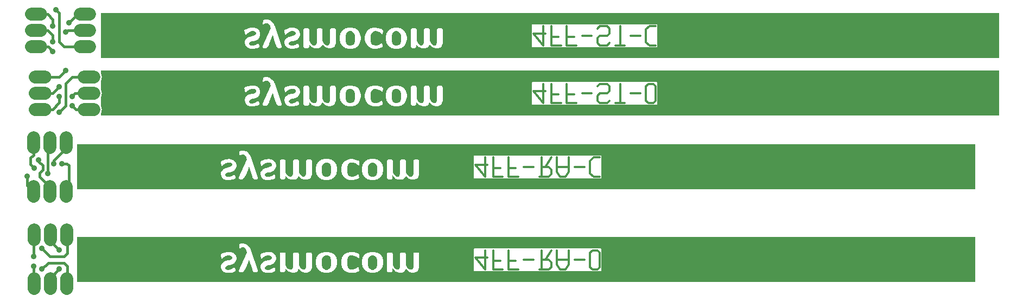
<source format=gbr>
G04 start of page 3 for group 1 idx 1 *
G04 Title: 4FF-FPC, bottom *
G04 Creator: pcb 4.3.0 *
G04 CreationDate: Sun Nov 20 19:22:47 2022 UTC *
G04 For: kevredon *
G04 Format: Gerber/RS-274X *
G04 PCB-Dimensions (mil): 6299.21 2362.20 *
G04 PCB-Coordinate-Origin: lower left *
%MOIN*%
%FSLAX25Y25*%
%LNBOTTOM*%
%ADD23C,0.0197*%
%ADD22C,0.0354*%
%ADD21C,0.0787*%
%ADD20C,0.0118*%
%ADD19C,0.0157*%
%ADD18C,0.0001*%
G54D18*G36*
X196472Y69011D02*Y68621D01*
X196423Y67450D01*
X196114Y66033D01*
X195262Y65007D01*
X194025Y64617D01*
X193200D01*
X191969Y65013D01*
X191128Y66050D01*
X190819Y67461D01*
X190775Y68621D01*
Y69407D01*
X190819Y70606D01*
X191134Y72056D01*
X191980Y73107D01*
X193222Y73515D01*
X194047D01*
X195273Y73102D01*
X196114Y72044D01*
X196423Y70591D01*
X196472Y69402D01*
Y69011D01*
G37*
G36*
X224771Y126098D02*Y125708D01*
X224722Y124536D01*
X224413Y123120D01*
X223567Y122094D01*
X222330Y121704D01*
X221506D01*
X220273Y122100D01*
X219428Y123136D01*
X219117Y124547D01*
X219074Y125708D01*
Y126494D01*
X219117Y127693D01*
X219432Y129142D01*
X220278Y130194D01*
X221521Y130601D01*
X222345D01*
X223572Y130189D01*
X224413Y129131D01*
X224722Y127677D01*
X224771Y126489D01*
Y126098D01*
G37*
G36*
X196472D02*Y125708D01*
X196423Y124536D01*
X196114Y123120D01*
X195262Y122094D01*
X194025Y121704D01*
X193200D01*
X191969Y122100D01*
X191128Y123136D01*
X190819Y124547D01*
X190775Y125708D01*
Y126494D01*
X190819Y127693D01*
X191134Y129142D01*
X191980Y130194D01*
X193222Y130601D01*
X194047D01*
X195273Y130189D01*
X196114Y129131D01*
X196423Y127677D01*
X196472Y126489D01*
Y126098D01*
G37*
G36*
X323242Y141732D02*X592126D01*
Y114173D01*
X323242D01*
Y120768D01*
X362112Y120770D01*
X362187Y120788D01*
X362259Y120818D01*
X362325Y120858D01*
X362384Y120909D01*
X362434Y120967D01*
X362474Y121034D01*
X362504Y121105D01*
X362522Y121180D01*
X362527Y121258D01*
X362522Y134315D01*
X362504Y134390D01*
X362474Y134462D01*
X362434Y134528D01*
X362384Y134587D01*
X362325Y134637D01*
X362259Y134677D01*
X362187Y134707D01*
X362112Y134725D01*
X362034Y134730D01*
X323242Y134727D01*
Y141732D01*
G37*
G36*
X133495Y130601D02*X133988D01*
X135062Y130346D01*
X135708Y129462D01*
Y128876D01*
X134932Y128008D01*
X133771Y127661D01*
X133581Y127628D01*
X133495Y127611D01*
Y130601D01*
G37*
G36*
X157898D02*X158391D01*
X159467Y130346D01*
X160111Y129462D01*
Y128876D01*
X159335Y128008D01*
X158174Y127661D01*
X157985Y127628D01*
X157898Y127610D01*
Y130601D01*
G37*
G36*
X240684Y141732D02*X323242D01*
Y134727D01*
X284372Y134725D01*
X284297Y134707D01*
X284225Y134677D01*
X284159Y134637D01*
X284100Y134587D01*
X284050Y134528D01*
X284010Y134462D01*
X283980Y134390D01*
X283962Y134315D01*
X283957Y134238D01*
X283962Y121180D01*
X283980Y121105D01*
X284010Y121034D01*
X284050Y120967D01*
X284100Y120909D01*
X284159Y120858D01*
X284225Y120818D01*
X284297Y120788D01*
X284372Y120770D01*
X284449Y120766D01*
X323242Y120768D01*
Y114173D01*
X240684D01*
Y120286D01*
X240770Y120309D01*
X241791Y121091D01*
X242338Y122187D01*
X242404Y122572D01*
X242643Y122132D01*
X244199Y120608D01*
X246065Y119957D01*
X247421D01*
X249635Y120836D01*
X250563Y123033D01*
Y131345D01*
X250302Y132077D01*
X249543Y132370D01*
X247975D01*
X247227Y132093D01*
X246960Y131345D01*
Y123440D01*
X246651Y122311D01*
X245707Y121856D01*
X244909D01*
X243450Y122659D01*
X242480Y124601D01*
Y131345D01*
X242219Y132077D01*
X241459Y132370D01*
X240684D01*
Y141732D01*
G37*
G36*
X221928D02*X240684D01*
Y132370D01*
X239902D01*
X239148Y132093D01*
X238887Y131345D01*
Y123440D01*
X238578Y122311D01*
X237634Y121856D01*
X236837D01*
X235378Y122659D01*
X234407Y124601D01*
Y131345D01*
X234146Y132077D01*
X233387Y132370D01*
X231830D01*
X231069Y132093D01*
X230804Y131345D01*
Y121101D01*
X231087Y120353D01*
X231834Y120087D01*
X233234D01*
X234021Y120402D01*
X234254Y121118D01*
Y122680D01*
X234277D01*
X234319Y122577D01*
X235610Y120977D01*
X235817Y120825D01*
X236110Y120608D01*
X237471Y120065D01*
X238330Y119957D01*
X238867D01*
X239620Y120006D01*
X240684Y120286D01*
Y114173D01*
X221928D01*
Y119794D01*
X222644D01*
X224765Y120217D01*
X226773Y121476D01*
X227972Y123543D01*
X228373Y125690D01*
Y127113D01*
X227944Y129218D01*
X226702Y131166D01*
X224678Y132294D01*
X222606Y132663D01*
X221928D01*
Y141732D01*
G37*
G36*
X208250D02*X221928D01*
Y132663D01*
X221222D01*
X219150Y132289D01*
X217137Y131155D01*
X215900Y129207D01*
X215482Y127107D01*
Y125702D01*
X215869Y123576D01*
X217050Y121503D01*
X219063Y120228D01*
X221217Y119794D01*
X221928D01*
Y114173D01*
X208250D01*
Y119827D01*
X208435Y119794D01*
X209645D01*
X211278Y119995D01*
X212699Y120494D01*
X213019Y120640D01*
X213128Y120695D01*
X213649Y121053D01*
Y121411D01*
X213508Y122078D01*
X213345Y122973D01*
X213334Y123027D01*
X213330Y123049D01*
X213073Y123364D01*
X212987D01*
X212596Y123152D01*
X212520Y123082D01*
X212281Y122881D01*
X211110Y122165D01*
X209619Y121856D01*
X208728D01*
X208250Y122008D01*
Y130452D01*
X208646Y130601D01*
X209688D01*
X211625Y130005D01*
X212797Y129212D01*
X212911Y129115D01*
X212976Y129044D01*
X213334Y128843D01*
X213410D01*
X213649Y129104D01*
Y129190D01*
X213659Y129278D01*
X213746Y130135D01*
X213811Y130818D01*
Y131117D01*
X213704Y131339D01*
X213209Y131638D01*
X213041Y131730D01*
X212596Y131952D01*
X210606Y132533D01*
X209380Y132663D01*
X208299D01*
X208250Y132654D01*
Y141732D01*
G37*
G36*
Y122008D02*X207541Y122235D01*
X206693Y123234D01*
X206352Y124639D01*
X206293Y125827D01*
Y126576D01*
X206330Y127623D01*
X206634Y129050D01*
X207454Y130151D01*
X208250Y130452D01*
Y122008D01*
G37*
G36*
X193627Y141732D02*X208250D01*
Y132654D01*
X206297Y132283D01*
X204328Y131117D01*
X203107Y129131D01*
X202689Y126993D01*
Y125539D01*
X203134Y123310D01*
X204415Y121297D01*
X206433Y120152D01*
X208250Y119827D01*
Y114173D01*
X193627D01*
Y119794D01*
X194345D01*
X196461Y120217D01*
X198469Y121476D01*
X199669Y123543D01*
X200069Y125690D01*
Y127113D01*
X199641Y129218D01*
X198398Y131166D01*
X196374Y132294D01*
X194302Y132663D01*
X193627D01*
Y141732D01*
G37*
G36*
X174874D02*X193627D01*
Y132663D01*
X192919D01*
X190846Y132289D01*
X188833Y131155D01*
X187602Y129207D01*
X187184Y127107D01*
Y125702D01*
X187569Y123576D01*
X188752Y121503D01*
X190764Y120228D01*
X192919Y119794D01*
X193627D01*
Y114173D01*
X174874D01*
Y120286D01*
X174960Y120309D01*
X175980Y121091D01*
X176528Y122187D01*
X176594Y122572D01*
X176832Y122132D01*
X178389Y120608D01*
X180257Y119957D01*
X181612D01*
X183825Y120836D01*
X184754Y123033D01*
Y131345D01*
X184493Y132077D01*
X183733Y132370D01*
X182165D01*
X181417Y132093D01*
X181151Y131345D01*
Y123440D01*
X180843Y122311D01*
X179898Y121856D01*
X179100D01*
X177641Y122659D01*
X176669Y124601D01*
Y131345D01*
X176409Y132077D01*
X175649Y132370D01*
X174874D01*
Y141732D01*
G37*
G36*
X157898D02*X174874D01*
Y132370D01*
X174093D01*
X173338Y132093D01*
X173078Y131345D01*
Y123440D01*
X172769Y122311D01*
X171825Y121856D01*
X171027D01*
X169569Y122659D01*
X168597Y124601D01*
Y131345D01*
X168337Y132077D01*
X167577Y132370D01*
X166019D01*
X165260Y132093D01*
X164994Y131345D01*
Y121101D01*
X165277Y120353D01*
X166025Y120087D01*
X167425D01*
X168211Y120402D01*
X168445Y121118D01*
Y122680D01*
X168467D01*
X168510Y122577D01*
X169801Y120977D01*
X170007Y120825D01*
X170300Y120608D01*
X171662Y120065D01*
X172519Y119957D01*
X173057D01*
X173810Y120006D01*
X174874Y120286D01*
Y114173D01*
X157898D01*
Y119794D01*
X158543D01*
X160291Y120033D01*
X160557Y120109D01*
X160628Y120136D01*
X161511Y120440D01*
X162249Y120863D01*
Y121226D01*
X162108Y121894D01*
X161945Y122789D01*
X161934Y122843D01*
X161930Y122865D01*
X161674Y123179D01*
X161495D01*
X161230Y122984D01*
X161164Y122919D01*
X160991Y122772D01*
X159867Y122073D01*
X158283Y121670D01*
X157898D01*
Y124384D01*
X157995Y124411D01*
X158364Y124482D01*
X158641Y124530D01*
X159927Y124861D01*
X161191Y125567D01*
X161457Y125805D01*
X161577Y125908D01*
X162271Y126820D01*
X162727Y128182D01*
Y129207D01*
X162184Y130916D01*
X160887Y132115D01*
X159341Y132582D01*
X158364Y132663D01*
X157898D01*
Y141732D01*
G37*
G36*
Y121670D02*X157420D01*
X156411Y121915D01*
X155847Y122707D01*
Y123228D01*
X156552Y124010D01*
X157898Y124384D01*
Y121670D01*
G37*
G36*
X145653Y141732D02*X157898D01*
Y132663D01*
X157757D01*
X156921Y132603D01*
X155419Y132320D01*
X155056Y132207D01*
X154062Y131833D01*
X153069Y131279D01*
Y130840D01*
X153232Y130059D01*
X153422Y129044D01*
X153438Y128952D01*
X153443Y128914D01*
X153698Y128561D01*
X153867D01*
X154117Y128735D01*
X154154Y128768D01*
X154463Y129136D01*
X156124Y130238D01*
X157557Y130601D01*
X157898D01*
Y127610D01*
X157606Y127552D01*
X156031Y127172D01*
X154751Y126516D01*
X154523Y126304D01*
X154344Y126147D01*
X153601Y125187D01*
X153221Y123982D01*
Y123033D01*
X153791Y121389D01*
X155143Y120266D01*
X156715Y119848D01*
X157648Y119794D01*
X157898D01*
Y114173D01*
X145653D01*
Y127007D01*
X146071Y128290D01*
X146104Y128616D01*
X146125D01*
X146157Y128170D01*
X146537Y126668D01*
X147324Y124118D01*
X148100Y121872D01*
X148469Y120890D01*
X148491Y120857D01*
X148588Y120700D01*
X149537Y120239D01*
X150639D01*
X151127Y120326D01*
X151528Y120798D01*
Y121064D01*
X151431Y121400D01*
X151398Y121487D01*
X147080Y134040D01*
X147025Y134198D01*
X146706Y134893D01*
X145837Y136151D01*
X145653Y136298D01*
Y141732D01*
G37*
G36*
X133495D02*X145653D01*
Y136298D01*
X144394Y137296D01*
X142815Y137795D01*
X142012D01*
X141178Y137725D01*
X140260Y137502D01*
X140200Y137426D01*
X140180Y137399D01*
X140048Y136390D01*
X139962Y135555D01*
Y135180D01*
X140222Y134887D01*
X140363D01*
X140537Y134974D01*
X140569Y134996D01*
X140641Y135039D01*
X141893Y135549D01*
X142719D01*
X143857Y134838D01*
X144459Y133694D01*
X144541Y133477D01*
X144557Y133412D01*
X144856Y132506D01*
X144909Y132370D01*
X139907Y121357D01*
X139891Y121324D01*
X139777Y121036D01*
Y120781D01*
X140151Y120326D01*
X140641Y120239D01*
X141822D01*
X142832Y120646D01*
X143559Y121894D01*
X143748Y122311D01*
X144031Y122946D01*
X145300Y125925D01*
X145653Y127007D01*
Y114173D01*
X133495D01*
Y119794D01*
X134141D01*
X135887Y120033D01*
X136154Y120109D01*
X136224Y120136D01*
X137108Y120440D01*
X137846Y120863D01*
Y121226D01*
X137706Y121894D01*
X137543Y122789D01*
X137531Y122843D01*
X137527Y122865D01*
X137271Y123179D01*
X137093D01*
X136827Y122984D01*
X136761Y122919D01*
X136587Y122772D01*
X135464Y122073D01*
X133880Y121670D01*
X133495D01*
Y124384D01*
X133593Y124411D01*
X133961Y124482D01*
X134238Y124530D01*
X135524Y124861D01*
X136788Y125567D01*
X137054Y125805D01*
X137173Y125908D01*
X137867Y126820D01*
X138323Y128182D01*
Y129207D01*
X137781Y130916D01*
X136484Y132115D01*
X134938Y132582D01*
X133961Y132663D01*
X133495D01*
Y141732D01*
G37*
G36*
Y121670D02*X133017D01*
X132008Y121915D01*
X131444Y122707D01*
Y123228D01*
X132149Y124010D01*
X133495Y124384D01*
Y121670D01*
G37*
G36*
X40551Y114173D02*Y141732D01*
X133495D01*
Y132663D01*
X133354D01*
X132519Y132603D01*
X131015Y132320D01*
X130652Y132207D01*
X129659Y131833D01*
X128667Y131279D01*
Y130840D01*
X128830Y130059D01*
X129019Y129044D01*
X129035Y128952D01*
X129041Y128914D01*
X129295Y128561D01*
X129464D01*
X129713Y128735D01*
X129751Y128768D01*
X130060Y129136D01*
X131720Y130238D01*
X133154Y130601D01*
X133495D01*
Y127611D01*
X133202Y127552D01*
X131628Y127172D01*
X130348Y126516D01*
X130120Y126304D01*
X129941Y126147D01*
X129198Y125187D01*
X128819Y123982D01*
Y123033D01*
X129388Y121389D01*
X130738Y120266D01*
X132312Y119848D01*
X133245Y119794D01*
X133495D01*
Y114173D01*
X40551D01*
G37*
G36*
X239338Y171374D02*Y170983D01*
X239289Y169812D01*
X238980Y168396D01*
X238133Y167370D01*
X236896Y166980D01*
X236072D01*
X234840Y167376D01*
X233994Y168412D01*
X233684Y169823D01*
X233641Y170983D01*
Y171770D01*
X233684Y172969D01*
X233999Y174418D01*
X234845Y175470D01*
X236088Y175877D01*
X236912D01*
X238139Y175465D01*
X238980Y174407D01*
X239289Y172953D01*
X239338Y171765D01*
Y171374D01*
G37*
G36*
X211039D02*Y170983D01*
X210990Y169812D01*
X210681Y168396D01*
X209829Y167370D01*
X208592Y166980D01*
X207767D01*
X206536Y167376D01*
X205695Y168412D01*
X205386Y169823D01*
X205342Y170983D01*
Y171770D01*
X205386Y172969D01*
X205701Y174418D01*
X206547Y175470D01*
X207789Y175877D01*
X208614D01*
X209840Y175465D01*
X210681Y174407D01*
X210990Y172953D01*
X211039Y171765D01*
Y171374D01*
G37*
G36*
X224771Y69011D02*Y68621D01*
X224722Y67450D01*
X224413Y66033D01*
X223567Y65007D01*
X222330Y64617D01*
X221506D01*
X220273Y65013D01*
X219428Y66050D01*
X219117Y67461D01*
X219074Y68621D01*
Y69407D01*
X219117Y70606D01*
X219432Y72056D01*
X220278Y73107D01*
X221521Y73515D01*
X222345D01*
X223572Y73102D01*
X224413Y72044D01*
X224722Y70591D01*
X224771Y69402D01*
Y69011D01*
G37*
G36*
X323242Y84646D02*X592126D01*
Y57087D01*
X323242D01*
Y63681D01*
X362112Y63683D01*
X362187Y63702D01*
X362259Y63731D01*
X362325Y63772D01*
X362384Y63822D01*
X362434Y63881D01*
X362474Y63947D01*
X362504Y64018D01*
X362522Y64094D01*
X362527Y64171D01*
X362522Y77228D01*
X362504Y77304D01*
X362474Y77375D01*
X362434Y77441D01*
X362384Y77500D01*
X362325Y77550D01*
X362259Y77591D01*
X362187Y77621D01*
X362112Y77639D01*
X362034Y77643D01*
X323242Y77641D01*
Y84646D01*
G37*
G36*
X133495Y73515D02*X133988D01*
X135062Y73259D01*
X135708Y72376D01*
Y71789D01*
X134932Y70921D01*
X133771Y70574D01*
X133581Y70541D01*
X133495Y70524D01*
Y73515D01*
G37*
G36*
X157898D02*X158391D01*
X159467Y73259D01*
X160111Y72376D01*
Y71789D01*
X159335Y70921D01*
X158174Y70574D01*
X157985Y70541D01*
X157898Y70524D01*
Y73515D01*
G37*
G36*
X240684Y84646D02*X323242D01*
Y77641D01*
X284372Y77639D01*
X284297Y77621D01*
X284225Y77591D01*
X284159Y77550D01*
X284100Y77500D01*
X284050Y77441D01*
X284010Y77375D01*
X283980Y77304D01*
X283962Y77228D01*
X283957Y77151D01*
X283962Y64094D01*
X283980Y64018D01*
X284010Y63947D01*
X284050Y63881D01*
X284100Y63822D01*
X284159Y63772D01*
X284225Y63731D01*
X284297Y63702D01*
X284372Y63683D01*
X284449Y63679D01*
X323242Y63681D01*
Y57087D01*
X240684D01*
Y63199D01*
X240770Y63222D01*
X241791Y64004D01*
X242338Y65100D01*
X242404Y65485D01*
X242643Y65045D01*
X244199Y63521D01*
X246065Y62870D01*
X247421D01*
X249635Y63750D01*
X250563Y65946D01*
Y74258D01*
X250302Y74990D01*
X249543Y75283D01*
X247975D01*
X247227Y75006D01*
X246960Y74258D01*
Y66354D01*
X246651Y65224D01*
X245707Y64769D01*
X244909D01*
X243450Y65572D01*
X242480Y67515D01*
Y74258D01*
X242219Y74990D01*
X241459Y75283D01*
X240684D01*
Y84646D01*
G37*
G36*
X221928D02*X240684D01*
Y75283D01*
X239902D01*
X239148Y75006D01*
X238887Y74258D01*
Y66354D01*
X238578Y65224D01*
X237634Y64769D01*
X236837D01*
X235378Y65572D01*
X234407Y67515D01*
Y74258D01*
X234146Y74990D01*
X233387Y75283D01*
X231830D01*
X231069Y75006D01*
X230804Y74258D01*
Y64015D01*
X231087Y63267D01*
X231834Y63000D01*
X233234D01*
X234021Y63315D01*
X234254Y64031D01*
Y65593D01*
X234277D01*
X234319Y65490D01*
X235610Y63890D01*
X235817Y63739D01*
X236110Y63521D01*
X237471Y62978D01*
X238330Y62870D01*
X238867D01*
X239620Y62919D01*
X240684Y63199D01*
Y57087D01*
X221928D01*
Y62707D01*
X222644D01*
X224765Y63130D01*
X226773Y64389D01*
X227972Y66456D01*
X228373Y68604D01*
Y70026D01*
X227944Y72131D01*
X226702Y74080D01*
X224678Y75207D01*
X222606Y75576D01*
X221928D01*
Y84646D01*
G37*
G36*
X208250D02*X221928D01*
Y75576D01*
X221222D01*
X219150Y75202D01*
X217137Y74069D01*
X215900Y72120D01*
X215482Y70020D01*
Y68615D01*
X215869Y66489D01*
X217050Y64417D01*
X219063Y63141D01*
X221217Y62707D01*
X221928D01*
Y57087D01*
X208250D01*
Y62741D01*
X208435Y62707D01*
X209645D01*
X211278Y62908D01*
X212699Y63407D01*
X213019Y63554D01*
X213128Y63608D01*
X213649Y63967D01*
Y64324D01*
X213508Y64991D01*
X213345Y65887D01*
X213334Y65940D01*
X213330Y65962D01*
X213073Y66278D01*
X212987D01*
X212596Y66065D01*
X212520Y65995D01*
X212281Y65794D01*
X211110Y65078D01*
X209619Y64769D01*
X208728D01*
X208250Y64922D01*
Y73365D01*
X208646Y73515D01*
X209688D01*
X211625Y72919D01*
X212797Y72126D01*
X212911Y72028D01*
X212976Y71957D01*
X213334Y71756D01*
X213410D01*
X213649Y72017D01*
Y72104D01*
X213659Y72191D01*
X213746Y73048D01*
X213811Y73731D01*
Y74030D01*
X213704Y74252D01*
X213209Y74552D01*
X213041Y74643D01*
X212596Y74865D01*
X210606Y75446D01*
X209380Y75576D01*
X208299D01*
X208250Y75567D01*
Y84646D01*
G37*
G36*
Y64922D02*X207541Y65148D01*
X206693Y66147D01*
X206352Y67552D01*
X206293Y68740D01*
Y69489D01*
X206330Y70537D01*
X206634Y71963D01*
X207454Y73065D01*
X208250Y73365D01*
Y64922D01*
G37*
G36*
X193627Y84646D02*X208250D01*
Y75567D01*
X206297Y75196D01*
X204328Y74030D01*
X203107Y72044D01*
X202689Y69906D01*
Y68452D01*
X203134Y66224D01*
X204415Y64210D01*
X206433Y63065D01*
X208250Y62741D01*
Y57087D01*
X193627D01*
Y62707D01*
X194345D01*
X196461Y63130D01*
X198469Y64389D01*
X199669Y66456D01*
X200069Y68604D01*
Y70026D01*
X199641Y72131D01*
X198398Y74080D01*
X196374Y75207D01*
X194302Y75576D01*
X193627D01*
Y84646D01*
G37*
G36*
X174874D02*X193627D01*
Y75576D01*
X192919D01*
X190846Y75202D01*
X188833Y74069D01*
X187602Y72120D01*
X187184Y70020D01*
Y68615D01*
X187569Y66489D01*
X188752Y64417D01*
X190764Y63141D01*
X192919Y62707D01*
X193627D01*
Y57087D01*
X174874D01*
Y63199D01*
X174960Y63222D01*
X175980Y64004D01*
X176528Y65100D01*
X176594Y65485D01*
X176832Y65045D01*
X178389Y63521D01*
X180257Y62870D01*
X181612D01*
X183825Y63750D01*
X184754Y65946D01*
Y74258D01*
X184493Y74990D01*
X183733Y75283D01*
X182165D01*
X181417Y75006D01*
X181151Y74258D01*
Y66354D01*
X180843Y65224D01*
X179898Y64769D01*
X179100D01*
X177641Y65572D01*
X176669Y67515D01*
Y74258D01*
X176409Y74990D01*
X175649Y75283D01*
X174874D01*
Y84646D01*
G37*
G36*
X157898D02*X174874D01*
Y75283D01*
X174093D01*
X173338Y75006D01*
X173078Y74258D01*
Y66354D01*
X172769Y65224D01*
X171825Y64769D01*
X171027D01*
X169569Y65572D01*
X168597Y67515D01*
Y74258D01*
X168337Y74990D01*
X167577Y75283D01*
X166019D01*
X165260Y75006D01*
X164994Y74258D01*
Y64015D01*
X165277Y63267D01*
X166025Y63000D01*
X167425D01*
X168211Y63315D01*
X168445Y64031D01*
Y65593D01*
X168467D01*
X168510Y65490D01*
X169801Y63890D01*
X170007Y63739D01*
X170300Y63521D01*
X171662Y62978D01*
X172519Y62870D01*
X173057D01*
X173810Y62919D01*
X174874Y63199D01*
Y57087D01*
X157898D01*
Y62707D01*
X158543D01*
X160291Y62946D01*
X160557Y63022D01*
X160628Y63050D01*
X161511Y63354D01*
X162249Y63776D01*
Y64139D01*
X162108Y64807D01*
X161945Y65702D01*
X161934Y65756D01*
X161930Y65778D01*
X161674Y66092D01*
X161495D01*
X161230Y65897D01*
X161164Y65832D01*
X160991Y65685D01*
X159867Y64987D01*
X158283Y64584D01*
X157898D01*
Y67297D01*
X157995Y67324D01*
X158364Y67395D01*
X158641Y67443D01*
X159927Y67774D01*
X161191Y68480D01*
X161457Y68719D01*
X161577Y68821D01*
X162271Y69733D01*
X162727Y71095D01*
Y72120D01*
X162184Y73830D01*
X160887Y75028D01*
X159341Y75495D01*
X158364Y75576D01*
X157898D01*
Y84646D01*
G37*
G36*
Y64584D02*X157420D01*
X156411Y64828D01*
X155847Y65620D01*
Y66141D01*
X156552Y66924D01*
X157898Y67297D01*
Y64584D01*
G37*
G36*
X145653Y84646D02*X157898D01*
Y75576D01*
X157757D01*
X156921Y75517D01*
X155419Y75234D01*
X155056Y75120D01*
X154062Y74746D01*
X153069Y74192D01*
Y73754D01*
X153232Y72972D01*
X153422Y71957D01*
X153438Y71865D01*
X153443Y71828D01*
X153698Y71474D01*
X153867D01*
X154117Y71648D01*
X154154Y71681D01*
X154463Y72050D01*
X156124Y73152D01*
X157557Y73515D01*
X157898D01*
Y70524D01*
X157606Y70465D01*
X156031Y70085D01*
X154751Y69430D01*
X154523Y69217D01*
X154344Y69060D01*
X153601Y68100D01*
X153221Y66895D01*
Y65946D01*
X153791Y64302D01*
X155143Y63180D01*
X156715Y62761D01*
X157648Y62707D01*
X157898D01*
Y57087D01*
X145653D01*
Y69920D01*
X146071Y71204D01*
X146104Y71530D01*
X146125D01*
X146157Y71084D01*
X146537Y69581D01*
X147324Y67031D01*
X148100Y64785D01*
X148469Y63804D01*
X148491Y63770D01*
X148588Y63613D01*
X149537Y63152D01*
X150639D01*
X151127Y63239D01*
X151528Y63711D01*
Y63978D01*
X151431Y64313D01*
X151398Y64400D01*
X147080Y76954D01*
X147025Y77111D01*
X146706Y77806D01*
X145837Y79065D01*
X145653Y79211D01*
Y84646D01*
G37*
G36*
X133495D02*X145653D01*
Y79211D01*
X144394Y80209D01*
X142815Y80708D01*
X142012D01*
X141178Y80639D01*
X140260Y80415D01*
X140200Y80339D01*
X140180Y80312D01*
X140048Y79304D01*
X139962Y78469D01*
Y78093D01*
X140222Y77800D01*
X140363D01*
X140537Y77887D01*
X140569Y77909D01*
X140641Y77952D01*
X141893Y78462D01*
X142719D01*
X143857Y77752D01*
X144459Y76607D01*
X144541Y76390D01*
X144557Y76326D01*
X144856Y75419D01*
X144909Y75283D01*
X139907Y64270D01*
X139891Y64237D01*
X139777Y63950D01*
Y63694D01*
X140151Y63239D01*
X140641Y63152D01*
X141822D01*
X142832Y63559D01*
X143559Y64807D01*
X143748Y65224D01*
X144031Y65859D01*
X145300Y68839D01*
X145653Y69920D01*
Y57087D01*
X133495D01*
Y62707D01*
X134141D01*
X135887Y62946D01*
X136154Y63022D01*
X136224Y63050D01*
X137108Y63354D01*
X137846Y63776D01*
Y64139D01*
X137706Y64807D01*
X137543Y65702D01*
X137531Y65756D01*
X137527Y65778D01*
X137271Y66092D01*
X137093D01*
X136827Y65897D01*
X136761Y65832D01*
X136587Y65685D01*
X135464Y64987D01*
X133880Y64584D01*
X133495D01*
Y67297D01*
X133593Y67324D01*
X133961Y67395D01*
X134238Y67443D01*
X135524Y67774D01*
X136788Y68480D01*
X137054Y68719D01*
X137173Y68821D01*
X137867Y69733D01*
X138323Y71095D01*
Y72120D01*
X137781Y73830D01*
X136484Y75028D01*
X134938Y75495D01*
X133961Y75576D01*
X133495D01*
Y84646D01*
G37*
G36*
Y64584D02*X133017D01*
X132008Y64828D01*
X131444Y65620D01*
Y66141D01*
X132149Y66924D01*
X133495Y67297D01*
Y64584D01*
G37*
G36*
X40551Y57087D02*Y84646D01*
X133495D01*
Y75576D01*
X133354D01*
X132519Y75517D01*
X131015Y75234D01*
X130652Y75120D01*
X129659Y74746D01*
X128667Y74192D01*
Y73754D01*
X128830Y72972D01*
X129019Y71957D01*
X129035Y71865D01*
X129041Y71828D01*
X129295Y71474D01*
X129464D01*
X129713Y71648D01*
X129751Y71681D01*
X130060Y72050D01*
X131720Y73152D01*
X133154Y73515D01*
X133495D01*
Y70524D01*
X133202Y70465D01*
X131628Y70085D01*
X130348Y69430D01*
X130120Y69217D01*
X129941Y69060D01*
X129198Y68100D01*
X128819Y66895D01*
Y65946D01*
X129388Y64302D01*
X130738Y63180D01*
X132312Y62761D01*
X133245Y62707D01*
X133495D01*
Y57087D01*
X40551D01*
G37*
G36*
X358331Y187008D02*X606693D01*
Y159449D01*
X358331D01*
Y166043D01*
X396463Y166046D01*
X396539Y166064D01*
X396610Y166093D01*
X396676Y166134D01*
X396735Y166184D01*
X396786Y166243D01*
X396826Y166309D01*
X396856Y166381D01*
X396874Y166456D01*
X396878Y166533D01*
X396874Y179590D01*
X396856Y179666D01*
X396826Y179737D01*
X396786Y179803D01*
X396735Y179862D01*
X396676Y179913D01*
X396610Y179953D01*
X396539Y179983D01*
X396463Y180001D01*
X396386Y180005D01*
X358331Y180003D01*
Y187008D01*
G37*
G36*
X148062Y175877D02*X148555D01*
X149629Y175622D01*
X150275Y174738D01*
Y174152D01*
X149499Y173283D01*
X148338Y172937D01*
X148148Y172904D01*
X148062Y172886D01*
Y175877D01*
G37*
G36*
X172465D02*X172958D01*
X174033Y175622D01*
X174678Y174738D01*
Y174152D01*
X173902Y173283D01*
X172741Y172937D01*
X172552Y172904D01*
X172465Y172886D01*
Y175877D01*
G37*
G36*
X255251Y187008D02*X358331D01*
Y180003D01*
X320199Y180001D01*
X320124Y179983D01*
X320052Y179953D01*
X319986Y179913D01*
X319927Y179862D01*
X319877Y179803D01*
X319836Y179737D01*
X319807Y179666D01*
X319789Y179590D01*
X319784Y179513D01*
X319789Y166456D01*
X319807Y166381D01*
X319836Y166309D01*
X319877Y166243D01*
X319927Y166184D01*
X319986Y166134D01*
X320052Y166093D01*
X320124Y166064D01*
X320199Y166046D01*
X320276Y166041D01*
X358331Y166043D01*
Y159449D01*
X255251D01*
Y165561D01*
X255337Y165584D01*
X256357Y166367D01*
X256905Y167463D01*
X256970Y167848D01*
X257209Y167407D01*
X258766Y165883D01*
X260632Y165233D01*
X261988D01*
X264202Y166112D01*
X265130Y168309D01*
Y176620D01*
X264869Y177353D01*
X264110Y177646D01*
X262542D01*
X261794Y177368D01*
X261527Y176620D01*
Y168716D01*
X261218Y167587D01*
X260274Y167131D01*
X259476D01*
X258017Y167934D01*
X257046Y169877D01*
Y176620D01*
X256785Y177353D01*
X256026Y177646D01*
X255251D01*
Y187008D01*
G37*
G36*
X236495D02*X255251D01*
Y177646D01*
X254469D01*
X253715Y177368D01*
X253454Y176620D01*
Y168716D01*
X253145Y167587D01*
X252201Y167131D01*
X251404D01*
X249944Y167934D01*
X248974Y169877D01*
Y176620D01*
X248713Y177353D01*
X247954Y177646D01*
X246396D01*
X245636Y177368D01*
X245371Y176620D01*
Y166377D01*
X245654Y165629D01*
X246401Y165363D01*
X247801D01*
X248588Y165678D01*
X248821Y166394D01*
Y167955D01*
X248844D01*
X248886Y167853D01*
X250177Y166253D01*
X250384Y166101D01*
X250677Y165883D01*
X252038Y165341D01*
X252896Y165233D01*
X253433D01*
X254187Y165281D01*
X255251Y165561D01*
Y159449D01*
X236495D01*
Y165070D01*
X237211D01*
X239332Y165492D01*
X241340Y166752D01*
X242539Y168818D01*
X242940Y170967D01*
Y172389D01*
X242511Y174494D01*
X241269Y176442D01*
X239245Y177570D01*
X237173Y177939D01*
X236495D01*
Y187008D01*
G37*
G36*
X222817D02*X236495D01*
Y177939D01*
X235789D01*
X233717Y177565D01*
X231704Y176431D01*
X230467Y174483D01*
X230049Y172383D01*
Y170978D01*
X230435Y168852D01*
X231617Y166779D01*
X233630Y165504D01*
X235784Y165070D01*
X236495D01*
Y159449D01*
X222817D01*
Y165103D01*
X223002Y165070D01*
X224212D01*
X225845Y165270D01*
X227266Y165770D01*
X227586Y165916D01*
X227695Y165970D01*
X228216Y166329D01*
Y166687D01*
X228075Y167354D01*
X227912Y168249D01*
X227901Y168303D01*
X227896Y168324D01*
X227640Y168640D01*
X227554D01*
X227163Y168428D01*
X227087Y168357D01*
X226848Y168157D01*
X225677Y167441D01*
X224185Y167131D01*
X223295D01*
X222817Y167284D01*
Y175727D01*
X223213Y175877D01*
X224255D01*
X226192Y175281D01*
X227364Y174488D01*
X227478Y174391D01*
X227543Y174320D01*
X227901Y174118D01*
X227977D01*
X228216Y174380D01*
Y174467D01*
X228226Y174554D01*
X228313Y175411D01*
X228378Y176094D01*
Y176392D01*
X228270Y176615D01*
X227776Y176914D01*
X227608Y177005D01*
X227163Y177228D01*
X225172Y177809D01*
X223946Y177939D01*
X222866D01*
X222817Y177929D01*
Y187008D01*
G37*
G36*
Y167284D02*X222107Y167511D01*
X221260Y168509D01*
X220919Y169915D01*
X220859Y171103D01*
Y171852D01*
X220897Y172899D01*
X221201Y174326D01*
X222020Y175427D01*
X222817Y175727D01*
Y167284D01*
G37*
G36*
X208194Y187008D02*X222817D01*
Y177929D01*
X220864Y177559D01*
X218895Y176392D01*
X217674Y174407D01*
X217256Y172268D01*
Y170815D01*
X217701Y168586D01*
X218982Y166572D01*
X221000Y165428D01*
X222817Y165103D01*
Y159449D01*
X208194D01*
Y165070D01*
X208912D01*
X211028Y165492D01*
X213036Y166752D01*
X214235Y168818D01*
X214636Y170967D01*
Y172389D01*
X214207Y174494D01*
X212965Y176442D01*
X210941Y177570D01*
X208869Y177939D01*
X208194D01*
Y187008D01*
G37*
G36*
X189441D02*X208194D01*
Y177939D01*
X207485D01*
X205413Y177565D01*
X203400Y176431D01*
X202169Y174483D01*
X201751Y172383D01*
Y170978D01*
X202136Y168852D01*
X203319Y166779D01*
X205331Y165504D01*
X207485Y165070D01*
X208194D01*
Y159449D01*
X189441D01*
Y165561D01*
X189527Y165584D01*
X190547Y166367D01*
X191095Y167463D01*
X191161Y167848D01*
X191399Y167407D01*
X192956Y165883D01*
X194824Y165233D01*
X196179D01*
X198392Y166112D01*
X199320Y168309D01*
Y176620D01*
X199060Y177353D01*
X198300Y177646D01*
X196732D01*
X195984Y177368D01*
X195718Y176620D01*
Y168716D01*
X195409Y167587D01*
X194465Y167131D01*
X193667D01*
X192208Y167934D01*
X191236Y169877D01*
Y176620D01*
X190976Y177353D01*
X190216Y177646D01*
X189441D01*
Y187008D01*
G37*
G36*
X172465D02*X189441D01*
Y177646D01*
X188659D01*
X187905Y177368D01*
X187645Y176620D01*
Y168716D01*
X187336Y167587D01*
X186392Y167131D01*
X185594D01*
X184135Y167934D01*
X183164Y169877D01*
Y176620D01*
X182904Y177353D01*
X182144Y177646D01*
X180586D01*
X179827Y177368D01*
X179561Y176620D01*
Y166377D01*
X179844Y165629D01*
X180592Y165363D01*
X181992D01*
X182778Y165678D01*
X183012Y166394D01*
Y167955D01*
X183033D01*
X183077Y167853D01*
X184368Y166253D01*
X184574Y166101D01*
X184867Y165883D01*
X186229Y165341D01*
X187086Y165233D01*
X187624D01*
X188377Y165281D01*
X189441Y165561D01*
Y159449D01*
X172465D01*
Y165070D01*
X173110D01*
X174857Y165309D01*
X175124Y165384D01*
X175194Y165412D01*
X176078Y165716D01*
X176816Y166139D01*
Y166502D01*
X176675Y167170D01*
X176512Y168065D01*
X176501Y168118D01*
X176496Y168141D01*
X176241Y168454D01*
X176062D01*
X175796Y168259D01*
X175731Y168194D01*
X175557Y168048D01*
X174434Y167349D01*
X172850Y166946D01*
X172465D01*
Y169660D01*
X172562Y169687D01*
X172931Y169757D01*
X173208Y169805D01*
X174494Y170137D01*
X175758Y170843D01*
X176024Y171081D01*
X176144Y171183D01*
X176838Y172096D01*
X177294Y173457D01*
Y174483D01*
X176751Y176192D01*
X175454Y177391D01*
X173908Y177857D01*
X172931Y177939D01*
X172465D01*
Y187008D01*
G37*
G36*
Y166946D02*X171987D01*
X170978Y167191D01*
X170414Y167983D01*
Y168504D01*
X171119Y169286D01*
X172465Y169660D01*
Y166946D01*
G37*
G36*
X160220Y187008D02*X172465D01*
Y177939D01*
X172324D01*
X171488Y177879D01*
X169985Y177596D01*
X169622Y177483D01*
X168629Y177109D01*
X167636Y176554D01*
Y176116D01*
X167799Y175335D01*
X167989Y174320D01*
X168005Y174228D01*
X168010Y174190D01*
X168265Y173837D01*
X168434D01*
X168683Y174011D01*
X168721Y174044D01*
X169030Y174412D01*
X170691Y175514D01*
X172124Y175877D01*
X172465D01*
Y172886D01*
X172172Y172828D01*
X170598Y172448D01*
X169318Y171792D01*
X169090Y171580D01*
X168911Y171423D01*
X168168Y170463D01*
X167788Y169257D01*
Y168309D01*
X168358Y166665D01*
X169709Y165542D01*
X171282Y165124D01*
X172215Y165070D01*
X172465D01*
Y159449D01*
X160220D01*
Y172282D01*
X160638Y173566D01*
X160670Y173892D01*
X160692D01*
X160724Y173446D01*
X161104Y171944D01*
X161891Y169394D01*
X162667Y167148D01*
X163036Y166166D01*
X163057Y166133D01*
X163155Y165976D01*
X164104Y165515D01*
X165206D01*
X165694Y165602D01*
X166095Y166074D01*
Y166340D01*
X165998Y166676D01*
X165965Y166763D01*
X161647Y179317D01*
X161592Y179474D01*
X161272Y180168D01*
X160404Y181427D01*
X160220Y181573D01*
Y187008D01*
G37*
G36*
X148062D02*X160220D01*
Y181573D01*
X158961Y182572D01*
X157382Y183070D01*
X156579D01*
X155744Y183001D01*
X154827Y182778D01*
X154767Y182702D01*
X154746Y182674D01*
X154615Y181666D01*
X154529Y180831D01*
Y180455D01*
X154789Y180163D01*
X154930D01*
X155104Y180250D01*
X155136Y180272D01*
X155207Y180315D01*
X156460Y180824D01*
X157285D01*
X158424Y180114D01*
X159026Y178970D01*
X159108Y178753D01*
X159124Y178688D01*
X159422Y177781D01*
X159476Y177646D01*
X154474Y166633D01*
X154458Y166600D01*
X154344Y166312D01*
Y166057D01*
X154718Y165602D01*
X155207Y165515D01*
X156389D01*
X157399Y165922D01*
X158126Y167170D01*
X158315Y167587D01*
X158598Y168222D01*
X159867Y171201D01*
X160220Y172282D01*
Y159449D01*
X148062D01*
Y165070D01*
X148707D01*
X150454Y165309D01*
X150720Y165384D01*
X150791Y165412D01*
X151675Y165716D01*
X152413Y166139D01*
Y166502D01*
X152272Y167170D01*
X152109Y168065D01*
X152098Y168118D01*
X152094Y168141D01*
X151838Y168454D01*
X151659D01*
X151394Y168259D01*
X151328Y168194D01*
X151154Y168048D01*
X150031Y167349D01*
X148447Y166946D01*
X148062D01*
Y169659D01*
X148159Y169687D01*
X148528Y169757D01*
X148805Y169805D01*
X150091Y170137D01*
X151355Y170843D01*
X151621Y171081D01*
X151740Y171183D01*
X152434Y172096D01*
X152890Y173457D01*
Y174483D01*
X152348Y176192D01*
X151051Y177391D01*
X149505Y177857D01*
X148528Y177939D01*
X148062D01*
Y187008D01*
G37*
G36*
Y166946D02*X147584D01*
X146575Y167191D01*
X146011Y167983D01*
Y168504D01*
X146716Y169286D01*
X148062Y169659D01*
Y166946D01*
G37*
G36*
X55118Y159449D02*Y160910D01*
X55379Y161541D01*
X55561Y162296D01*
X55622Y163071D01*
X55561Y163846D01*
X55379Y164601D01*
X55118Y165231D01*
Y170910D01*
X55379Y171541D01*
X55561Y172296D01*
X55622Y173071D01*
X55561Y173846D01*
X55379Y174601D01*
X55118Y175231D01*
Y180910D01*
X55379Y181541D01*
X55561Y182296D01*
X55622Y183071D01*
X55561Y183846D01*
X55379Y184601D01*
X55118Y185231D01*
Y187008D01*
X148062D01*
Y177939D01*
X147921D01*
X147085Y177879D01*
X145582Y177596D01*
X145219Y177483D01*
X144226Y177109D01*
X143233Y176554D01*
Y176116D01*
X143396Y175335D01*
X143586Y174320D01*
X143602Y174228D01*
X143607Y174190D01*
X143862Y173837D01*
X144031D01*
X144280Y174011D01*
X144318Y174044D01*
X144627Y174412D01*
X146287Y175514D01*
X147720Y175877D01*
X148062D01*
Y172886D01*
X147769Y172828D01*
X146195Y172448D01*
X144915Y171792D01*
X144687Y171580D01*
X144508Y171423D01*
X143765Y170463D01*
X143385Y169257D01*
Y168309D01*
X143955Y166665D01*
X145305Y165542D01*
X146879Y165124D01*
X147812Y165070D01*
X148062D01*
Y159449D01*
X55118D01*
G37*
G36*
X239338Y206807D02*Y206417D01*
X239289Y205245D01*
X238980Y203829D01*
X238133Y202803D01*
X236896Y202413D01*
X236072D01*
X234840Y202809D01*
X233994Y203845D01*
X233684Y205256D01*
X233641Y206417D01*
Y207203D01*
X233684Y208402D01*
X233999Y209851D01*
X234845Y210903D01*
X236088Y211310D01*
X236912D01*
X238139Y210898D01*
X238980Y209840D01*
X239289Y208386D01*
X239338Y207197D01*
Y206807D01*
G37*
G36*
X211039D02*Y206417D01*
X210990Y205245D01*
X210681Y203829D01*
X209829Y202803D01*
X208592Y202413D01*
X207767D01*
X206536Y202809D01*
X205695Y203845D01*
X205386Y205256D01*
X205342Y206417D01*
Y207203D01*
X205386Y208402D01*
X205701Y209851D01*
X206547Y210903D01*
X207789Y211310D01*
X208614D01*
X209840Y210898D01*
X210681Y209840D01*
X210990Y208386D01*
X211039Y207197D01*
Y206807D01*
G37*
G36*
X358331Y222441D02*X606693D01*
Y194882D01*
X358331D01*
Y201476D01*
X396463Y201479D01*
X396539Y201497D01*
X396610Y201526D01*
X396676Y201567D01*
X396735Y201617D01*
X396786Y201676D01*
X396826Y201742D01*
X396856Y201814D01*
X396874Y201889D01*
X396878Y201966D01*
X396874Y215024D01*
X396856Y215099D01*
X396826Y215170D01*
X396786Y215236D01*
X396735Y215295D01*
X396676Y215346D01*
X396610Y215386D01*
X396539Y215416D01*
X396463Y215434D01*
X396386Y215438D01*
X358331Y215436D01*
Y222441D01*
G37*
G36*
X148062Y211310D02*X148555D01*
X149629Y211055D01*
X150275Y210171D01*
Y209585D01*
X149499Y208717D01*
X148338Y208370D01*
X148148Y208337D01*
X148062Y208319D01*
Y211310D01*
G37*
G36*
X172465D02*X172958D01*
X174033Y211055D01*
X174678Y210171D01*
Y209585D01*
X173902Y208717D01*
X172741Y208370D01*
X172552Y208337D01*
X172465Y208319D01*
Y211310D01*
G37*
G36*
X255251Y222441D02*X358331D01*
Y215436D01*
X320199Y215434D01*
X320124Y215416D01*
X320052Y215386D01*
X319986Y215346D01*
X319927Y215295D01*
X319877Y215236D01*
X319836Y215170D01*
X319807Y215099D01*
X319789Y215024D01*
X319784Y214946D01*
X319789Y201889D01*
X319807Y201814D01*
X319836Y201742D01*
X319877Y201676D01*
X319927Y201617D01*
X319986Y201567D01*
X320052Y201526D01*
X320124Y201497D01*
X320199Y201479D01*
X320276Y201474D01*
X358331Y201476D01*
Y194882D01*
X255251D01*
Y200995D01*
X255337Y201017D01*
X256357Y201800D01*
X256905Y202896D01*
X256970Y203281D01*
X257209Y202841D01*
X258766Y201317D01*
X260632Y200666D01*
X261988D01*
X264202Y201545D01*
X265130Y203742D01*
Y212054D01*
X264869Y212786D01*
X264110Y213079D01*
X262542D01*
X261794Y212802D01*
X261527Y212054D01*
Y204149D01*
X261218Y203020D01*
X260274Y202565D01*
X259476D01*
X258017Y203367D01*
X257046Y205310D01*
Y212054D01*
X256785Y212786D01*
X256026Y213079D01*
X255251D01*
Y222441D01*
G37*
G36*
X236495D02*X255251D01*
Y213079D01*
X254469D01*
X253715Y212802D01*
X253454Y212054D01*
Y204149D01*
X253145Y203020D01*
X252201Y202565D01*
X251404D01*
X249944Y203367D01*
X248974Y205310D01*
Y212054D01*
X248713Y212786D01*
X247954Y213079D01*
X246396D01*
X245636Y212802D01*
X245371Y212054D01*
Y201810D01*
X245654Y201062D01*
X246401Y200796D01*
X247801D01*
X248588Y201111D01*
X248821Y201827D01*
Y203389D01*
X248844D01*
X248886Y203286D01*
X250177Y201686D01*
X250384Y201534D01*
X250677Y201317D01*
X252038Y200774D01*
X252896Y200666D01*
X253433D01*
X254187Y200715D01*
X255251Y200995D01*
Y194882D01*
X236495D01*
Y200503D01*
X237211D01*
X239332Y200926D01*
X241340Y202185D01*
X242539Y204252D01*
X242940Y206400D01*
Y207822D01*
X242511Y209927D01*
X241269Y211875D01*
X239245Y213003D01*
X237173Y213372D01*
X236495D01*
Y222441D01*
G37*
G36*
X222817D02*X236495D01*
Y213372D01*
X235789D01*
X233717Y212997D01*
X231704Y211864D01*
X230467Y209916D01*
X230049Y207816D01*
Y206411D01*
X230435Y204285D01*
X231617Y202212D01*
X233630Y200937D01*
X235784Y200503D01*
X236495D01*
Y194882D01*
X222817D01*
Y200536D01*
X223002Y200503D01*
X224212D01*
X225845Y200704D01*
X227266Y201203D01*
X227586Y201349D01*
X227695Y201404D01*
X228216Y201762D01*
Y202120D01*
X228075Y202787D01*
X227912Y203682D01*
X227901Y203736D01*
X227896Y203757D01*
X227640Y204073D01*
X227554D01*
X227163Y203861D01*
X227087Y203791D01*
X226848Y203590D01*
X225677Y202874D01*
X224185Y202565D01*
X223295D01*
X222817Y202717D01*
Y211160D01*
X223213Y211310D01*
X224255D01*
X226192Y210714D01*
X227364Y209921D01*
X227478Y209824D01*
X227543Y209753D01*
X227901Y209552D01*
X227977D01*
X228216Y209813D01*
Y209900D01*
X228226Y209987D01*
X228313Y210844D01*
X228378Y211527D01*
Y211826D01*
X228270Y212047D01*
X227776Y212347D01*
X227608Y212439D01*
X227163Y212661D01*
X225172Y213242D01*
X223946Y213372D01*
X222866D01*
X222817Y213362D01*
Y222441D01*
G37*
G36*
Y202717D02*X222107Y202944D01*
X221260Y203943D01*
X220919Y205347D01*
X220859Y206536D01*
Y207285D01*
X220897Y208332D01*
X221201Y209759D01*
X222020Y210860D01*
X222817Y211160D01*
Y202717D01*
G37*
G36*
X208194Y222441D02*X222817D01*
Y213362D01*
X220864Y212992D01*
X218895Y211826D01*
X217674Y209840D01*
X217256Y207702D01*
Y206247D01*
X217701Y204019D01*
X218982Y202006D01*
X221000Y200861D01*
X222817Y200536D01*
Y194882D01*
X208194D01*
Y200503D01*
X208912D01*
X211028Y200926D01*
X213036Y202185D01*
X214235Y204252D01*
X214636Y206400D01*
Y207822D01*
X214207Y209927D01*
X212965Y211875D01*
X210941Y213003D01*
X208869Y213372D01*
X208194D01*
Y222441D01*
G37*
G36*
X189441D02*X208194D01*
Y213372D01*
X207485D01*
X205413Y212997D01*
X203400Y211864D01*
X202169Y209916D01*
X201751Y207816D01*
Y206411D01*
X202136Y204285D01*
X203319Y202212D01*
X205331Y200937D01*
X207485Y200503D01*
X208194D01*
Y194882D01*
X189441D01*
Y200995D01*
X189527Y201017D01*
X190547Y201800D01*
X191095Y202896D01*
X191161Y203281D01*
X191399Y202841D01*
X192956Y201317D01*
X194824Y200666D01*
X196179D01*
X198392Y201545D01*
X199320Y203742D01*
Y212054D01*
X199060Y212786D01*
X198300Y213079D01*
X196732D01*
X195984Y212802D01*
X195718Y212054D01*
Y204149D01*
X195409Y203020D01*
X194465Y202565D01*
X193667D01*
X192208Y203367D01*
X191236Y205310D01*
Y212054D01*
X190976Y212786D01*
X190216Y213079D01*
X189441D01*
Y222441D01*
G37*
G36*
X172465D02*X189441D01*
Y213079D01*
X188659D01*
X187905Y212802D01*
X187645Y212054D01*
Y204149D01*
X187336Y203020D01*
X186392Y202565D01*
X185594D01*
X184135Y203367D01*
X183164Y205310D01*
Y212054D01*
X182904Y212786D01*
X182144Y213079D01*
X180586D01*
X179827Y212802D01*
X179561Y212054D01*
Y201810D01*
X179844Y201062D01*
X180592Y200796D01*
X181992D01*
X182778Y201111D01*
X183012Y201827D01*
Y203389D01*
X183033D01*
X183077Y203286D01*
X184368Y201686D01*
X184574Y201534D01*
X184867Y201317D01*
X186229Y200774D01*
X187086Y200666D01*
X187624D01*
X188377Y200715D01*
X189441Y200995D01*
Y194882D01*
X172465D01*
Y200503D01*
X173110D01*
X174857Y200742D01*
X175124Y200817D01*
X175194Y200845D01*
X176078Y201149D01*
X176816Y201572D01*
Y201935D01*
X176675Y202603D01*
X176512Y203497D01*
X176501Y203552D01*
X176496Y203574D01*
X176241Y203887D01*
X176062D01*
X175796Y203693D01*
X175731Y203627D01*
X175557Y203481D01*
X174434Y202782D01*
X172850Y202380D01*
X172465D01*
Y205093D01*
X172562Y205120D01*
X172931Y205191D01*
X173208Y205239D01*
X174494Y205570D01*
X175758Y206276D01*
X176024Y206514D01*
X176144Y206617D01*
X176838Y207529D01*
X177294Y208891D01*
Y209916D01*
X176751Y211625D01*
X175454Y212824D01*
X173908Y213291D01*
X172931Y213372D01*
X172465D01*
Y222441D01*
G37*
G36*
Y202380D02*X171987D01*
X170978Y202624D01*
X170414Y203416D01*
Y203937D01*
X171119Y204719D01*
X172465Y205093D01*
Y202380D01*
G37*
G36*
X160220Y222441D02*X172465D01*
Y213372D01*
X172324D01*
X171488Y213312D01*
X169985Y213030D01*
X169622Y212916D01*
X168629Y212542D01*
X167636Y211987D01*
Y211549D01*
X167799Y210768D01*
X167989Y209753D01*
X168005Y209661D01*
X168010Y209623D01*
X168265Y209270D01*
X168434D01*
X168683Y209444D01*
X168721Y209477D01*
X169030Y209845D01*
X170691Y210947D01*
X172124Y211310D01*
X172465D01*
Y208319D01*
X172172Y208261D01*
X170598Y207881D01*
X169318Y207225D01*
X169090Y207013D01*
X168911Y206856D01*
X168168Y205896D01*
X167788Y204691D01*
Y203742D01*
X168358Y202097D01*
X169709Y200975D01*
X171282Y200557D01*
X172215Y200503D01*
X172465D01*
Y194882D01*
X160220D01*
Y207715D01*
X160638Y208999D01*
X160670Y209325D01*
X160692D01*
X160724Y208880D01*
X161104Y207377D01*
X161891Y204827D01*
X162667Y202581D01*
X163036Y201599D01*
X163057Y201566D01*
X163155Y201409D01*
X164104Y200947D01*
X165206D01*
X165694Y201035D01*
X166095Y201507D01*
Y201773D01*
X165998Y202109D01*
X165965Y202196D01*
X161647Y214750D01*
X161592Y214907D01*
X161272Y215602D01*
X160404Y216860D01*
X160220Y217006D01*
Y222441D01*
G37*
G36*
X148062D02*X160220D01*
Y217006D01*
X158961Y218005D01*
X157382Y218504D01*
X156579D01*
X155744Y218434D01*
X154827Y218211D01*
X154767Y218135D01*
X154746Y218107D01*
X154615Y217099D01*
X154529Y216264D01*
Y215889D01*
X154789Y215596D01*
X154930D01*
X155104Y215683D01*
X155136Y215705D01*
X155207Y215747D01*
X156460Y216257D01*
X157285D01*
X158424Y215547D01*
X159026Y214403D01*
X159108Y214186D01*
X159124Y214121D01*
X159422Y213215D01*
X159476Y213079D01*
X154474Y202066D01*
X154458Y202033D01*
X154344Y201745D01*
Y201490D01*
X154718Y201035D01*
X155207Y200947D01*
X156389D01*
X157399Y201355D01*
X158126Y202603D01*
X158315Y203020D01*
X158598Y203655D01*
X159867Y206634D01*
X160220Y207715D01*
Y194882D01*
X148062D01*
Y200503D01*
X148707D01*
X150454Y200742D01*
X150720Y200817D01*
X150791Y200845D01*
X151675Y201149D01*
X152413Y201572D01*
Y201935D01*
X152272Y202603D01*
X152109Y203497D01*
X152098Y203552D01*
X152094Y203574D01*
X151838Y203887D01*
X151659D01*
X151394Y203693D01*
X151328Y203627D01*
X151154Y203481D01*
X150031Y202782D01*
X148447Y202380D01*
X148062D01*
Y205093D01*
X148159Y205120D01*
X148528Y205191D01*
X148805Y205239D01*
X150091Y205570D01*
X151355Y206276D01*
X151621Y206514D01*
X151740Y206617D01*
X152434Y207529D01*
X152890Y208891D01*
Y209916D01*
X152348Y211625D01*
X151051Y212824D01*
X149505Y213291D01*
X148528Y213372D01*
X148062D01*
Y222441D01*
G37*
G36*
Y202380D02*X147584D01*
X146575Y202624D01*
X146011Y203416D01*
Y203937D01*
X146716Y204719D01*
X148062Y205093D01*
Y202380D01*
G37*
G36*
X55118Y194882D02*Y222441D01*
X148062D01*
Y213372D01*
X147921D01*
X147085Y213312D01*
X145582Y213030D01*
X145219Y212916D01*
X144226Y212542D01*
X143233Y211987D01*
Y211549D01*
X143396Y210768D01*
X143586Y209753D01*
X143602Y209661D01*
X143607Y209623D01*
X143862Y209270D01*
X144031D01*
X144280Y209444D01*
X144318Y209477D01*
X144627Y209845D01*
X146287Y210947D01*
X147720Y211310D01*
X148062D01*
Y208319D01*
X147769Y208261D01*
X146195Y207881D01*
X144915Y207225D01*
X144687Y207013D01*
X144508Y206856D01*
X143765Y205896D01*
X143385Y204691D01*
Y203742D01*
X143955Y202097D01*
X145305Y200975D01*
X146879Y200557D01*
X147812Y200503D01*
X148062D01*
Y194882D01*
X55118D01*
G37*
G54D19*X17717Y173071D02*X25433D01*
X29528Y177165D01*
X17717Y163071D02*X25276D01*
X29528Y167323D01*
Y171260D01*
X33465Y179134D02*Y165354D01*
X29528Y161417D01*
X22480Y211772D02*X25591Y208661D01*
Y204724D01*
X22323Y221772D02*X25591Y218504D01*
Y214567D01*
X15276Y211772D02*X22480D01*
X15276Y201772D02*X22638D01*
X25591Y198819D01*
X17717Y183071D02*X29528D01*
Y204724D02*Y222441D01*
Y183071D02*X33465Y187008D01*
X29528Y222441D02*X27559Y224409D01*
X15276Y221772D02*X22323D01*
X45276Y201772D02*X32480D01*
X29528Y204724D01*
X34606Y211772D02*X33465Y210630D01*
X45276Y211772D02*X34606D01*
X45276Y221772D02*X40669D01*
X35433Y216535D01*
X47717Y183071D02*X37402D01*
X33465Y179134D01*
X47717Y173071D02*X39213D01*
X37402Y171260D01*
X47717Y163071D02*X39685D01*
X37402Y165354D01*
X18701Y77756D02*X23622Y72835D01*
X24016Y86102D02*Y82283D01*
X29528Y76772D01*
X13780Y72835D02*Y85866D01*
X14016Y86102D01*
X23622Y72835D02*X32480D01*
X34449Y74803D01*
Y85669D01*
X34016Y86102D01*
X32480Y68898D02*X34449Y66929D01*
Y56535D01*
X34016Y56102D01*
X13780Y66929D02*Y56339D01*
X14016Y56102D01*
X18701Y64961D02*X22638Y68898D01*
X24016Y56102D02*Y59449D01*
X29528Y64961D01*
X22638Y68898D02*X32480D01*
X31102Y129921D02*X34252D01*
X35433Y128740D01*
X33622Y142717D02*Y139528D01*
X35433Y128740D02*Y114528D01*
X33622Y112717D01*
X25984Y129921D02*Y131890D01*
X33622Y139528D01*
X16929Y132283D02*Y131102D01*
X19291Y128740D01*
Y125984D01*
X22441Y123622D02*Y141535D01*
X19291Y125984D02*X17323Y124016D01*
Y121654D01*
X23622Y112717D02*Y115354D01*
X17323Y121654D02*X23622Y115354D01*
X9843Y122047D02*Y116496D01*
X13622Y112717D01*
X22441Y141535D02*X23622Y142717D01*
X13622D02*Y135276D01*
X11811Y133465D01*
Y129528D01*
X14173Y127165D01*
G54D20*X285039Y72136D02*X290939Y64761D01*
X285039Y72136D02*X292414D01*
X290939Y64761D02*Y76561D01*
X295954Y64761D02*Y76561D01*
Y64761D02*X301854D01*
X295954Y70071D02*X300379D01*
X305394Y64761D02*Y76561D01*
Y64761D02*X311294D01*
X305394Y70071D02*X309819D01*
X314834Y70661D02*X320734D01*
X324274Y64761D02*X330174D01*
X331649Y66236D01*
Y69186D01*
X330174Y70661D02*X331649Y69186D01*
X325749Y70661D02*X330174D01*
X325749Y64761D02*Y76561D01*
X328109Y70661D02*X331649Y76561D01*
X335189Y67711D02*Y76561D01*
Y67711D02*X337254Y64761D01*
X340499D01*
X342564Y67711D01*
Y76561D01*
X335189Y70661D02*X342564D01*
X346104D02*X352004D01*
X355544Y66236D02*Y75086D01*
Y66236D02*X357019Y64761D01*
X359969D01*
X361444Y66236D01*
Y75086D01*
X359969Y76561D02*X361444Y75086D01*
X357019Y76561D02*X359969D01*
X355544Y75086D02*X357019Y76561D01*
X285039Y129223D02*X290939Y121848D01*
X285039Y129223D02*X292414D01*
X290939Y121848D02*Y133648D01*
X295954Y121848D02*Y133648D01*
Y121848D02*X301854D01*
X295954Y127158D02*X300379D01*
X305394Y121848D02*Y133648D01*
Y121848D02*X311294D01*
X305394Y127158D02*X309819D01*
X314834Y127748D02*X320734D01*
X324274Y121848D02*X330174D01*
X331649Y123323D01*
Y126273D01*
X330174Y127748D02*X331649Y126273D01*
X325749Y127748D02*X330174D01*
X325749Y121848D02*Y133648D01*
X328109Y127748D02*X331649Y133648D01*
X335189Y124798D02*Y133648D01*
Y124798D02*X337254Y121848D01*
X340499D01*
X342564Y124798D01*
Y133648D01*
X335189Y127748D02*X342564D01*
X346104D02*X352004D01*
X357609Y133648D02*X361444D01*
X355544Y131583D02*X357609Y133648D01*
X355544Y123913D02*Y131583D01*
Y123913D02*X357609Y121848D01*
X361444D01*
X320866Y174498D02*X326766Y167123D01*
X320866Y174498D02*X328241D01*
X326766Y167123D02*Y178923D01*
X331781Y167123D02*Y178923D01*
Y167123D02*X337681D01*
X331781Y172433D02*X336206D01*
X341221Y167123D02*Y178923D01*
Y167123D02*X347121D01*
X341221Y172433D02*X345646D01*
X350661Y173023D02*X356561D01*
X366001Y167123D02*X367476Y168598D01*
X361576Y167123D02*X366001D01*
X360101Y168598D02*X361576Y167123D01*
X360101Y168598D02*Y171548D01*
X361576Y173023D01*
X366001D01*
X367476Y174498D01*
Y177448D01*
X366001Y178923D02*X367476Y177448D01*
X361576Y178923D02*X366001D01*
X360101Y177448D02*X361576Y178923D01*
X371016Y167123D02*X376916D01*
X373966D02*Y178923D01*
X380456Y173023D02*X386356D01*
X389896Y168598D02*Y177448D01*
Y168598D02*X391371Y167123D01*
X394321D01*
X395796Y168598D01*
Y177448D01*
X394321Y178923D02*X395796Y177448D01*
X391371Y178923D02*X394321D01*
X389896Y177448D02*X391371Y178923D01*
X320866Y209931D02*X326766Y202556D01*
X320866Y209931D02*X328241D01*
X326766Y202556D02*Y214356D01*
X331781Y202556D02*Y214356D01*
Y202556D02*X337681D01*
X331781Y207866D02*X336206D01*
X341221Y202556D02*Y214356D01*
Y202556D02*X347121D01*
X341221Y207866D02*X345646D01*
X350661Y208456D02*X356561D01*
X366001Y202556D02*X367476Y204031D01*
X361576Y202556D02*X366001D01*
X360101Y204031D02*X361576Y202556D01*
X360101Y204031D02*Y206981D01*
X361576Y208456D01*
X366001D01*
X367476Y209931D01*
Y212881D01*
X366001Y214356D02*X367476Y212881D01*
X361576Y214356D02*X366001D01*
X360101Y212881D02*X361576Y214356D01*
X371016Y202556D02*X376916D01*
X373966D02*Y214356D01*
X380456Y208456D02*X386356D01*
X391961Y214356D02*X395796D01*
X389896Y212291D02*X391961Y214356D01*
X389896Y204621D02*Y212291D01*
Y204621D02*X391961Y202556D01*
X395796D01*
G54D18*G36*
X196472Y69011D02*Y68621D01*
X196423Y67450D01*
X196114Y66033D01*
X195262Y65007D01*
X194025Y64617D01*
X193200D01*
X191969Y65013D01*
X191128Y66050D01*
X190819Y67461D01*
X190775Y68621D01*
Y69407D01*
X190819Y70606D01*
X191134Y72056D01*
X191980Y73107D01*
X193222Y73515D01*
X194047D01*
X195273Y73102D01*
X196114Y72044D01*
X196423Y70591D01*
X196472Y69402D01*
Y69011D01*
G37*
G36*
X224771Y126098D02*Y125708D01*
X224722Y124536D01*
X224413Y123120D01*
X223567Y122094D01*
X222330Y121704D01*
X221506D01*
X220273Y122100D01*
X219428Y123136D01*
X219117Y124547D01*
X219074Y125708D01*
Y126494D01*
X219117Y127693D01*
X219432Y129142D01*
X220278Y130194D01*
X221521Y130601D01*
X222345D01*
X223572Y130189D01*
X224413Y129131D01*
X224722Y127677D01*
X224771Y126489D01*
Y126098D01*
G37*
G36*
X196472D02*Y125708D01*
X196423Y124536D01*
X196114Y123120D01*
X195262Y122094D01*
X194025Y121704D01*
X193200D01*
X191969Y122100D01*
X191128Y123136D01*
X190819Y124547D01*
X190775Y125708D01*
Y126494D01*
X190819Y127693D01*
X191134Y129142D01*
X191980Y130194D01*
X193222Y130601D01*
X194047D01*
X195273Y130189D01*
X196114Y129131D01*
X196423Y127677D01*
X196472Y126489D01*
Y126098D01*
G37*
G36*
X323242Y141732D02*X592126D01*
Y114173D01*
X323242D01*
Y120768D01*
X362112Y120770D01*
X362187Y120788D01*
X362259Y120818D01*
X362325Y120858D01*
X362384Y120909D01*
X362434Y120967D01*
X362474Y121034D01*
X362504Y121105D01*
X362522Y121180D01*
X362527Y121258D01*
X362522Y134315D01*
X362504Y134390D01*
X362474Y134462D01*
X362434Y134528D01*
X362384Y134587D01*
X362325Y134637D01*
X362259Y134677D01*
X362187Y134707D01*
X362112Y134725D01*
X362034Y134730D01*
X323242Y134727D01*
Y141732D01*
G37*
G36*
X133495Y130601D02*X133988D01*
X135062Y130346D01*
X135708Y129462D01*
Y128876D01*
X134932Y128008D01*
X133771Y127661D01*
X133581Y127628D01*
X133495Y127611D01*
Y130601D01*
G37*
G36*
X157898D02*X158391D01*
X159467Y130346D01*
X160111Y129462D01*
Y128876D01*
X159335Y128008D01*
X158174Y127661D01*
X157985Y127628D01*
X157898Y127610D01*
Y130601D01*
G37*
G36*
X240684Y141732D02*X323242D01*
Y134727D01*
X284372Y134725D01*
X284297Y134707D01*
X284225Y134677D01*
X284159Y134637D01*
X284100Y134587D01*
X284050Y134528D01*
X284010Y134462D01*
X283980Y134390D01*
X283962Y134315D01*
X283957Y134238D01*
X283962Y121180D01*
X283980Y121105D01*
X284010Y121034D01*
X284050Y120967D01*
X284100Y120909D01*
X284159Y120858D01*
X284225Y120818D01*
X284297Y120788D01*
X284372Y120770D01*
X284449Y120766D01*
X323242Y120768D01*
Y114173D01*
X240684D01*
Y120286D01*
X240770Y120309D01*
X241791Y121091D01*
X242338Y122187D01*
X242404Y122572D01*
X242643Y122132D01*
X244199Y120608D01*
X246065Y119957D01*
X247421D01*
X249635Y120836D01*
X250563Y123033D01*
Y131345D01*
X250302Y132077D01*
X249543Y132370D01*
X247975D01*
X247227Y132093D01*
X246960Y131345D01*
Y123440D01*
X246651Y122311D01*
X245707Y121856D01*
X244909D01*
X243450Y122659D01*
X242480Y124601D01*
Y131345D01*
X242219Y132077D01*
X241459Y132370D01*
X240684D01*
Y141732D01*
G37*
G36*
X221928D02*X240684D01*
Y132370D01*
X239902D01*
X239148Y132093D01*
X238887Y131345D01*
Y123440D01*
X238578Y122311D01*
X237634Y121856D01*
X236837D01*
X235378Y122659D01*
X234407Y124601D01*
Y131345D01*
X234146Y132077D01*
X233387Y132370D01*
X231830D01*
X231069Y132093D01*
X230804Y131345D01*
Y121101D01*
X231087Y120353D01*
X231834Y120087D01*
X233234D01*
X234021Y120402D01*
X234254Y121118D01*
Y122680D01*
X234277D01*
X234319Y122577D01*
X235610Y120977D01*
X235817Y120825D01*
X236110Y120608D01*
X237471Y120065D01*
X238330Y119957D01*
X238867D01*
X239620Y120006D01*
X240684Y120286D01*
Y114173D01*
X221928D01*
Y119794D01*
X222644D01*
X224765Y120217D01*
X226773Y121476D01*
X227972Y123543D01*
X228373Y125690D01*
Y127113D01*
X227944Y129218D01*
X226702Y131166D01*
X224678Y132294D01*
X222606Y132663D01*
X221928D01*
Y141732D01*
G37*
G36*
X208250D02*X221928D01*
Y132663D01*
X221222D01*
X219150Y132289D01*
X217137Y131155D01*
X215900Y129207D01*
X215482Y127107D01*
Y125702D01*
X215869Y123576D01*
X217050Y121503D01*
X219063Y120228D01*
X221217Y119794D01*
X221928D01*
Y114173D01*
X208250D01*
Y119827D01*
X208435Y119794D01*
X209645D01*
X211278Y119995D01*
X212699Y120494D01*
X213019Y120640D01*
X213128Y120695D01*
X213649Y121053D01*
Y121411D01*
X213508Y122078D01*
X213345Y122973D01*
X213334Y123027D01*
X213330Y123049D01*
X213073Y123364D01*
X212987D01*
X212596Y123152D01*
X212520Y123082D01*
X212281Y122881D01*
X211110Y122165D01*
X209619Y121856D01*
X208728D01*
X208250Y122008D01*
Y130452D01*
X208646Y130601D01*
X209688D01*
X211625Y130005D01*
X212797Y129212D01*
X212911Y129115D01*
X212976Y129044D01*
X213334Y128843D01*
X213410D01*
X213649Y129104D01*
Y129190D01*
X213659Y129278D01*
X213746Y130135D01*
X213811Y130818D01*
Y131117D01*
X213704Y131339D01*
X213209Y131638D01*
X213041Y131730D01*
X212596Y131952D01*
X210606Y132533D01*
X209380Y132663D01*
X208299D01*
X208250Y132654D01*
Y141732D01*
G37*
G36*
Y122008D02*X207541Y122235D01*
X206693Y123234D01*
X206352Y124639D01*
X206293Y125827D01*
Y126576D01*
X206330Y127623D01*
X206634Y129050D01*
X207454Y130151D01*
X208250Y130452D01*
Y122008D01*
G37*
G36*
X193627Y141732D02*X208250D01*
Y132654D01*
X206297Y132283D01*
X204328Y131117D01*
X203107Y129131D01*
X202689Y126993D01*
Y125539D01*
X203134Y123310D01*
X204415Y121297D01*
X206433Y120152D01*
X208250Y119827D01*
Y114173D01*
X193627D01*
Y119794D01*
X194345D01*
X196461Y120217D01*
X198469Y121476D01*
X199669Y123543D01*
X200069Y125690D01*
Y127113D01*
X199641Y129218D01*
X198398Y131166D01*
X196374Y132294D01*
X194302Y132663D01*
X193627D01*
Y141732D01*
G37*
G36*
X174874D02*X193627D01*
Y132663D01*
X192919D01*
X190846Y132289D01*
X188833Y131155D01*
X187602Y129207D01*
X187184Y127107D01*
Y125702D01*
X187569Y123576D01*
X188752Y121503D01*
X190764Y120228D01*
X192919Y119794D01*
X193627D01*
Y114173D01*
X174874D01*
Y120286D01*
X174960Y120309D01*
X175980Y121091D01*
X176528Y122187D01*
X176594Y122572D01*
X176832Y122132D01*
X178389Y120608D01*
X180257Y119957D01*
X181612D01*
X183825Y120836D01*
X184754Y123033D01*
Y131345D01*
X184493Y132077D01*
X183733Y132370D01*
X182165D01*
X181417Y132093D01*
X181151Y131345D01*
Y123440D01*
X180843Y122311D01*
X179898Y121856D01*
X179100D01*
X177641Y122659D01*
X176669Y124601D01*
Y131345D01*
X176409Y132077D01*
X175649Y132370D01*
X174874D01*
Y141732D01*
G37*
G36*
X157898D02*X174874D01*
Y132370D01*
X174093D01*
X173338Y132093D01*
X173078Y131345D01*
Y123440D01*
X172769Y122311D01*
X171825Y121856D01*
X171027D01*
X169569Y122659D01*
X168597Y124601D01*
Y131345D01*
X168337Y132077D01*
X167577Y132370D01*
X166019D01*
X165260Y132093D01*
X164994Y131345D01*
Y121101D01*
X165277Y120353D01*
X166025Y120087D01*
X167425D01*
X168211Y120402D01*
X168445Y121118D01*
Y122680D01*
X168467D01*
X168510Y122577D01*
X169801Y120977D01*
X170007Y120825D01*
X170300Y120608D01*
X171662Y120065D01*
X172519Y119957D01*
X173057D01*
X173810Y120006D01*
X174874Y120286D01*
Y114173D01*
X157898D01*
Y119794D01*
X158543D01*
X160291Y120033D01*
X160557Y120109D01*
X160628Y120136D01*
X161511Y120440D01*
X162249Y120863D01*
Y121226D01*
X162108Y121894D01*
X161945Y122789D01*
X161934Y122843D01*
X161930Y122865D01*
X161674Y123179D01*
X161495D01*
X161230Y122984D01*
X161164Y122919D01*
X160991Y122772D01*
X159867Y122073D01*
X158283Y121670D01*
X157898D01*
Y124384D01*
X157995Y124411D01*
X158364Y124482D01*
X158641Y124530D01*
X159927Y124861D01*
X161191Y125567D01*
X161457Y125805D01*
X161577Y125908D01*
X162271Y126820D01*
X162727Y128182D01*
Y129207D01*
X162184Y130916D01*
X160887Y132115D01*
X159341Y132582D01*
X158364Y132663D01*
X157898D01*
Y141732D01*
G37*
G36*
Y121670D02*X157420D01*
X156411Y121915D01*
X155847Y122707D01*
Y123228D01*
X156552Y124010D01*
X157898Y124384D01*
Y121670D01*
G37*
G36*
X145653Y141732D02*X157898D01*
Y132663D01*
X157757D01*
X156921Y132603D01*
X155419Y132320D01*
X155056Y132207D01*
X154062Y131833D01*
X153069Y131279D01*
Y130840D01*
X153232Y130059D01*
X153422Y129044D01*
X153438Y128952D01*
X153443Y128914D01*
X153698Y128561D01*
X153867D01*
X154117Y128735D01*
X154154Y128768D01*
X154463Y129136D01*
X156124Y130238D01*
X157557Y130601D01*
X157898D01*
Y127610D01*
X157606Y127552D01*
X156031Y127172D01*
X154751Y126516D01*
X154523Y126304D01*
X154344Y126147D01*
X153601Y125187D01*
X153221Y123982D01*
Y123033D01*
X153791Y121389D01*
X155143Y120266D01*
X156715Y119848D01*
X157648Y119794D01*
X157898D01*
Y114173D01*
X145653D01*
Y127007D01*
X146071Y128290D01*
X146104Y128616D01*
X146125D01*
X146157Y128170D01*
X146537Y126668D01*
X147324Y124118D01*
X148100Y121872D01*
X148469Y120890D01*
X148491Y120857D01*
X148588Y120700D01*
X149537Y120239D01*
X150639D01*
X151127Y120326D01*
X151528Y120798D01*
Y121064D01*
X151431Y121400D01*
X151398Y121487D01*
X147080Y134040D01*
X147025Y134198D01*
X146706Y134893D01*
X145837Y136151D01*
X145653Y136298D01*
Y141732D01*
G37*
G36*
X133495D02*X145653D01*
Y136298D01*
X144394Y137296D01*
X142815Y137795D01*
X142012D01*
X141178Y137725D01*
X140260Y137502D01*
X140200Y137426D01*
X140180Y137399D01*
X140048Y136390D01*
X139962Y135555D01*
Y135180D01*
X140222Y134887D01*
X140363D01*
X140537Y134974D01*
X140569Y134996D01*
X140641Y135039D01*
X141893Y135549D01*
X142719D01*
X143857Y134838D01*
X144459Y133694D01*
X144541Y133477D01*
X144557Y133412D01*
X144856Y132506D01*
X144909Y132370D01*
X139907Y121357D01*
X139891Y121324D01*
X139777Y121036D01*
Y120781D01*
X140151Y120326D01*
X140641Y120239D01*
X141822D01*
X142832Y120646D01*
X143559Y121894D01*
X143748Y122311D01*
X144031Y122946D01*
X145300Y125925D01*
X145653Y127007D01*
Y114173D01*
X133495D01*
Y119794D01*
X134141D01*
X135887Y120033D01*
X136154Y120109D01*
X136224Y120136D01*
X137108Y120440D01*
X137846Y120863D01*
Y121226D01*
X137706Y121894D01*
X137543Y122789D01*
X137531Y122843D01*
X137527Y122865D01*
X137271Y123179D01*
X137093D01*
X136827Y122984D01*
X136761Y122919D01*
X136587Y122772D01*
X135464Y122073D01*
X133880Y121670D01*
X133495D01*
Y124384D01*
X133593Y124411D01*
X133961Y124482D01*
X134238Y124530D01*
X135524Y124861D01*
X136788Y125567D01*
X137054Y125805D01*
X137173Y125908D01*
X137867Y126820D01*
X138323Y128182D01*
Y129207D01*
X137781Y130916D01*
X136484Y132115D01*
X134938Y132582D01*
X133961Y132663D01*
X133495D01*
Y141732D01*
G37*
G36*
Y121670D02*X133017D01*
X132008Y121915D01*
X131444Y122707D01*
Y123228D01*
X132149Y124010D01*
X133495Y124384D01*
Y121670D01*
G37*
G36*
X40551Y114173D02*Y141732D01*
X133495D01*
Y132663D01*
X133354D01*
X132519Y132603D01*
X131015Y132320D01*
X130652Y132207D01*
X129659Y131833D01*
X128667Y131279D01*
Y130840D01*
X128830Y130059D01*
X129019Y129044D01*
X129035Y128952D01*
X129041Y128914D01*
X129295Y128561D01*
X129464D01*
X129713Y128735D01*
X129751Y128768D01*
X130060Y129136D01*
X131720Y130238D01*
X133154Y130601D01*
X133495D01*
Y127611D01*
X133202Y127552D01*
X131628Y127172D01*
X130348Y126516D01*
X130120Y126304D01*
X129941Y126147D01*
X129198Y125187D01*
X128819Y123982D01*
Y123033D01*
X129388Y121389D01*
X130738Y120266D01*
X132312Y119848D01*
X133245Y119794D01*
X133495D01*
Y114173D01*
X40551D01*
G37*
G36*
X239338Y171374D02*Y170983D01*
X239289Y169812D01*
X238980Y168396D01*
X238133Y167370D01*
X236896Y166980D01*
X236072D01*
X234840Y167376D01*
X233994Y168412D01*
X233684Y169823D01*
X233641Y170983D01*
Y171770D01*
X233684Y172969D01*
X233999Y174418D01*
X234845Y175470D01*
X236088Y175877D01*
X236912D01*
X238139Y175465D01*
X238980Y174407D01*
X239289Y172953D01*
X239338Y171765D01*
Y171374D01*
G37*
G36*
X211039D02*Y170983D01*
X210990Y169812D01*
X210681Y168396D01*
X209829Y167370D01*
X208592Y166980D01*
X207767D01*
X206536Y167376D01*
X205695Y168412D01*
X205386Y169823D01*
X205342Y170983D01*
Y171770D01*
X205386Y172969D01*
X205701Y174418D01*
X206547Y175470D01*
X207789Y175877D01*
X208614D01*
X209840Y175465D01*
X210681Y174407D01*
X210990Y172953D01*
X211039Y171765D01*
Y171374D01*
G37*
G36*
X224771Y69011D02*Y68621D01*
X224722Y67450D01*
X224413Y66033D01*
X223567Y65007D01*
X222330Y64617D01*
X221506D01*
X220273Y65013D01*
X219428Y66050D01*
X219117Y67461D01*
X219074Y68621D01*
Y69407D01*
X219117Y70606D01*
X219432Y72056D01*
X220278Y73107D01*
X221521Y73515D01*
X222345D01*
X223572Y73102D01*
X224413Y72044D01*
X224722Y70591D01*
X224771Y69402D01*
Y69011D01*
G37*
G36*
X323242Y84646D02*X592126D01*
Y57087D01*
X323242D01*
Y63681D01*
X362112Y63683D01*
X362187Y63702D01*
X362259Y63731D01*
X362325Y63772D01*
X362384Y63822D01*
X362434Y63881D01*
X362474Y63947D01*
X362504Y64018D01*
X362522Y64094D01*
X362527Y64171D01*
X362522Y77228D01*
X362504Y77304D01*
X362474Y77375D01*
X362434Y77441D01*
X362384Y77500D01*
X362325Y77550D01*
X362259Y77591D01*
X362187Y77621D01*
X362112Y77639D01*
X362034Y77643D01*
X323242Y77641D01*
Y84646D01*
G37*
G36*
X133495Y73515D02*X133988D01*
X135062Y73259D01*
X135708Y72376D01*
Y71789D01*
X134932Y70921D01*
X133771Y70574D01*
X133581Y70541D01*
X133495Y70524D01*
Y73515D01*
G37*
G36*
X157898D02*X158391D01*
X159467Y73259D01*
X160111Y72376D01*
Y71789D01*
X159335Y70921D01*
X158174Y70574D01*
X157985Y70541D01*
X157898Y70524D01*
Y73515D01*
G37*
G36*
X240684Y84646D02*X323242D01*
Y77641D01*
X284372Y77639D01*
X284297Y77621D01*
X284225Y77591D01*
X284159Y77550D01*
X284100Y77500D01*
X284050Y77441D01*
X284010Y77375D01*
X283980Y77304D01*
X283962Y77228D01*
X283957Y77151D01*
X283962Y64094D01*
X283980Y64018D01*
X284010Y63947D01*
X284050Y63881D01*
X284100Y63822D01*
X284159Y63772D01*
X284225Y63731D01*
X284297Y63702D01*
X284372Y63683D01*
X284449Y63679D01*
X323242Y63681D01*
Y57087D01*
X240684D01*
Y63199D01*
X240770Y63222D01*
X241791Y64004D01*
X242338Y65100D01*
X242404Y65485D01*
X242643Y65045D01*
X244199Y63521D01*
X246065Y62870D01*
X247421D01*
X249635Y63750D01*
X250563Y65946D01*
Y74258D01*
X250302Y74990D01*
X249543Y75283D01*
X247975D01*
X247227Y75006D01*
X246960Y74258D01*
Y66354D01*
X246651Y65224D01*
X245707Y64769D01*
X244909D01*
X243450Y65572D01*
X242480Y67515D01*
Y74258D01*
X242219Y74990D01*
X241459Y75283D01*
X240684D01*
Y84646D01*
G37*
G36*
X221928D02*X240684D01*
Y75283D01*
X239902D01*
X239148Y75006D01*
X238887Y74258D01*
Y66354D01*
X238578Y65224D01*
X237634Y64769D01*
X236837D01*
X235378Y65572D01*
X234407Y67515D01*
Y74258D01*
X234146Y74990D01*
X233387Y75283D01*
X231830D01*
X231069Y75006D01*
X230804Y74258D01*
Y64015D01*
X231087Y63267D01*
X231834Y63000D01*
X233234D01*
X234021Y63315D01*
X234254Y64031D01*
Y65593D01*
X234277D01*
X234319Y65490D01*
X235610Y63890D01*
X235817Y63739D01*
X236110Y63521D01*
X237471Y62978D01*
X238330Y62870D01*
X238867D01*
X239620Y62919D01*
X240684Y63199D01*
Y57087D01*
X221928D01*
Y62707D01*
X222644D01*
X224765Y63130D01*
X226773Y64389D01*
X227972Y66456D01*
X228373Y68604D01*
Y70026D01*
X227944Y72131D01*
X226702Y74080D01*
X224678Y75207D01*
X222606Y75576D01*
X221928D01*
Y84646D01*
G37*
G36*
X208250D02*X221928D01*
Y75576D01*
X221222D01*
X219150Y75202D01*
X217137Y74069D01*
X215900Y72120D01*
X215482Y70020D01*
Y68615D01*
X215869Y66489D01*
X217050Y64417D01*
X219063Y63141D01*
X221217Y62707D01*
X221928D01*
Y57087D01*
X208250D01*
Y62741D01*
X208435Y62707D01*
X209645D01*
X211278Y62908D01*
X212699Y63407D01*
X213019Y63554D01*
X213128Y63608D01*
X213649Y63967D01*
Y64324D01*
X213508Y64991D01*
X213345Y65887D01*
X213334Y65940D01*
X213330Y65962D01*
X213073Y66278D01*
X212987D01*
X212596Y66065D01*
X212520Y65995D01*
X212281Y65794D01*
X211110Y65078D01*
X209619Y64769D01*
X208728D01*
X208250Y64922D01*
Y73365D01*
X208646Y73515D01*
X209688D01*
X211625Y72919D01*
X212797Y72126D01*
X212911Y72028D01*
X212976Y71957D01*
X213334Y71756D01*
X213410D01*
X213649Y72017D01*
Y72104D01*
X213659Y72191D01*
X213746Y73048D01*
X213811Y73731D01*
Y74030D01*
X213704Y74252D01*
X213209Y74552D01*
X213041Y74643D01*
X212596Y74865D01*
X210606Y75446D01*
X209380Y75576D01*
X208299D01*
X208250Y75567D01*
Y84646D01*
G37*
G36*
Y64922D02*X207541Y65148D01*
X206693Y66147D01*
X206352Y67552D01*
X206293Y68740D01*
Y69489D01*
X206330Y70537D01*
X206634Y71963D01*
X207454Y73065D01*
X208250Y73365D01*
Y64922D01*
G37*
G36*
X193627Y84646D02*X208250D01*
Y75567D01*
X206297Y75196D01*
X204328Y74030D01*
X203107Y72044D01*
X202689Y69906D01*
Y68452D01*
X203134Y66224D01*
X204415Y64210D01*
X206433Y63065D01*
X208250Y62741D01*
Y57087D01*
X193627D01*
Y62707D01*
X194345D01*
X196461Y63130D01*
X198469Y64389D01*
X199669Y66456D01*
X200069Y68604D01*
Y70026D01*
X199641Y72131D01*
X198398Y74080D01*
X196374Y75207D01*
X194302Y75576D01*
X193627D01*
Y84646D01*
G37*
G36*
X174874D02*X193627D01*
Y75576D01*
X192919D01*
X190846Y75202D01*
X188833Y74069D01*
X187602Y72120D01*
X187184Y70020D01*
Y68615D01*
X187569Y66489D01*
X188752Y64417D01*
X190764Y63141D01*
X192919Y62707D01*
X193627D01*
Y57087D01*
X174874D01*
Y63199D01*
X174960Y63222D01*
X175980Y64004D01*
X176528Y65100D01*
X176594Y65485D01*
X176832Y65045D01*
X178389Y63521D01*
X180257Y62870D01*
X181612D01*
X183825Y63750D01*
X184754Y65946D01*
Y74258D01*
X184493Y74990D01*
X183733Y75283D01*
X182165D01*
X181417Y75006D01*
X181151Y74258D01*
Y66354D01*
X180843Y65224D01*
X179898Y64769D01*
X179100D01*
X177641Y65572D01*
X176669Y67515D01*
Y74258D01*
X176409Y74990D01*
X175649Y75283D01*
X174874D01*
Y84646D01*
G37*
G36*
X157898D02*X174874D01*
Y75283D01*
X174093D01*
X173338Y75006D01*
X173078Y74258D01*
Y66354D01*
X172769Y65224D01*
X171825Y64769D01*
X171027D01*
X169569Y65572D01*
X168597Y67515D01*
Y74258D01*
X168337Y74990D01*
X167577Y75283D01*
X166019D01*
X165260Y75006D01*
X164994Y74258D01*
Y64015D01*
X165277Y63267D01*
X166025Y63000D01*
X167425D01*
X168211Y63315D01*
X168445Y64031D01*
Y65593D01*
X168467D01*
X168510Y65490D01*
X169801Y63890D01*
X170007Y63739D01*
X170300Y63521D01*
X171662Y62978D01*
X172519Y62870D01*
X173057D01*
X173810Y62919D01*
X174874Y63199D01*
Y57087D01*
X157898D01*
Y62707D01*
X158543D01*
X160291Y62946D01*
X160557Y63022D01*
X160628Y63050D01*
X161511Y63354D01*
X162249Y63776D01*
Y64139D01*
X162108Y64807D01*
X161945Y65702D01*
X161934Y65756D01*
X161930Y65778D01*
X161674Y66092D01*
X161495D01*
X161230Y65897D01*
X161164Y65832D01*
X160991Y65685D01*
X159867Y64987D01*
X158283Y64584D01*
X157898D01*
Y67297D01*
X157995Y67324D01*
X158364Y67395D01*
X158641Y67443D01*
X159927Y67774D01*
X161191Y68480D01*
X161457Y68719D01*
X161577Y68821D01*
X162271Y69733D01*
X162727Y71095D01*
Y72120D01*
X162184Y73830D01*
X160887Y75028D01*
X159341Y75495D01*
X158364Y75576D01*
X157898D01*
Y84646D01*
G37*
G36*
Y64584D02*X157420D01*
X156411Y64828D01*
X155847Y65620D01*
Y66141D01*
X156552Y66924D01*
X157898Y67297D01*
Y64584D01*
G37*
G36*
X145653Y84646D02*X157898D01*
Y75576D01*
X157757D01*
X156921Y75517D01*
X155419Y75234D01*
X155056Y75120D01*
X154062Y74746D01*
X153069Y74192D01*
Y73754D01*
X153232Y72972D01*
X153422Y71957D01*
X153438Y71865D01*
X153443Y71828D01*
X153698Y71474D01*
X153867D01*
X154117Y71648D01*
X154154Y71681D01*
X154463Y72050D01*
X156124Y73152D01*
X157557Y73515D01*
X157898D01*
Y70524D01*
X157606Y70465D01*
X156031Y70085D01*
X154751Y69430D01*
X154523Y69217D01*
X154344Y69060D01*
X153601Y68100D01*
X153221Y66895D01*
Y65946D01*
X153791Y64302D01*
X155143Y63180D01*
X156715Y62761D01*
X157648Y62707D01*
X157898D01*
Y57087D01*
X145653D01*
Y69920D01*
X146071Y71204D01*
X146104Y71530D01*
X146125D01*
X146157Y71084D01*
X146537Y69581D01*
X147324Y67031D01*
X148100Y64785D01*
X148469Y63804D01*
X148491Y63770D01*
X148588Y63613D01*
X149537Y63152D01*
X150639D01*
X151127Y63239D01*
X151528Y63711D01*
Y63978D01*
X151431Y64313D01*
X151398Y64400D01*
X147080Y76954D01*
X147025Y77111D01*
X146706Y77806D01*
X145837Y79065D01*
X145653Y79211D01*
Y84646D01*
G37*
G36*
X133495D02*X145653D01*
Y79211D01*
X144394Y80209D01*
X142815Y80708D01*
X142012D01*
X141178Y80639D01*
X140260Y80415D01*
X140200Y80339D01*
X140180Y80312D01*
X140048Y79304D01*
X139962Y78469D01*
Y78093D01*
X140222Y77800D01*
X140363D01*
X140537Y77887D01*
X140569Y77909D01*
X140641Y77952D01*
X141893Y78462D01*
X142719D01*
X143857Y77752D01*
X144459Y76607D01*
X144541Y76390D01*
X144557Y76326D01*
X144856Y75419D01*
X144909Y75283D01*
X139907Y64270D01*
X139891Y64237D01*
X139777Y63950D01*
Y63694D01*
X140151Y63239D01*
X140641Y63152D01*
X141822D01*
X142832Y63559D01*
X143559Y64807D01*
X143748Y65224D01*
X144031Y65859D01*
X145300Y68839D01*
X145653Y69920D01*
Y57087D01*
X133495D01*
Y62707D01*
X134141D01*
X135887Y62946D01*
X136154Y63022D01*
X136224Y63050D01*
X137108Y63354D01*
X137846Y63776D01*
Y64139D01*
X137706Y64807D01*
X137543Y65702D01*
X137531Y65756D01*
X137527Y65778D01*
X137271Y66092D01*
X137093D01*
X136827Y65897D01*
X136761Y65832D01*
X136587Y65685D01*
X135464Y64987D01*
X133880Y64584D01*
X133495D01*
Y67297D01*
X133593Y67324D01*
X133961Y67395D01*
X134238Y67443D01*
X135524Y67774D01*
X136788Y68480D01*
X137054Y68719D01*
X137173Y68821D01*
X137867Y69733D01*
X138323Y71095D01*
Y72120D01*
X137781Y73830D01*
X136484Y75028D01*
X134938Y75495D01*
X133961Y75576D01*
X133495D01*
Y84646D01*
G37*
G36*
Y64584D02*X133017D01*
X132008Y64828D01*
X131444Y65620D01*
Y66141D01*
X132149Y66924D01*
X133495Y67297D01*
Y64584D01*
G37*
G36*
X40551Y57087D02*Y84646D01*
X133495D01*
Y75576D01*
X133354D01*
X132519Y75517D01*
X131015Y75234D01*
X130652Y75120D01*
X129659Y74746D01*
X128667Y74192D01*
Y73754D01*
X128830Y72972D01*
X129019Y71957D01*
X129035Y71865D01*
X129041Y71828D01*
X129295Y71474D01*
X129464D01*
X129713Y71648D01*
X129751Y71681D01*
X130060Y72050D01*
X131720Y73152D01*
X133154Y73515D01*
X133495D01*
Y70524D01*
X133202Y70465D01*
X131628Y70085D01*
X130348Y69430D01*
X130120Y69217D01*
X129941Y69060D01*
X129198Y68100D01*
X128819Y66895D01*
Y65946D01*
X129388Y64302D01*
X130738Y63180D01*
X132312Y62761D01*
X133245Y62707D01*
X133495D01*
Y57087D01*
X40551D01*
G37*
G36*
X358331Y187008D02*X606693D01*
Y159449D01*
X358331D01*
Y166043D01*
X396463Y166046D01*
X396539Y166064D01*
X396610Y166093D01*
X396676Y166134D01*
X396735Y166184D01*
X396786Y166243D01*
X396826Y166309D01*
X396856Y166381D01*
X396874Y166456D01*
X396878Y166533D01*
X396874Y179590D01*
X396856Y179666D01*
X396826Y179737D01*
X396786Y179803D01*
X396735Y179862D01*
X396676Y179913D01*
X396610Y179953D01*
X396539Y179983D01*
X396463Y180001D01*
X396386Y180005D01*
X358331Y180003D01*
Y187008D01*
G37*
G36*
X148062Y175877D02*X148555D01*
X149629Y175622D01*
X150275Y174738D01*
Y174152D01*
X149499Y173283D01*
X148338Y172937D01*
X148148Y172904D01*
X148062Y172886D01*
Y175877D01*
G37*
G36*
X172465D02*X172958D01*
X174033Y175622D01*
X174678Y174738D01*
Y174152D01*
X173902Y173283D01*
X172741Y172937D01*
X172552Y172904D01*
X172465Y172886D01*
Y175877D01*
G37*
G36*
X255251Y187008D02*X358331D01*
Y180003D01*
X320199Y180001D01*
X320124Y179983D01*
X320052Y179953D01*
X319986Y179913D01*
X319927Y179862D01*
X319877Y179803D01*
X319836Y179737D01*
X319807Y179666D01*
X319789Y179590D01*
X319784Y179513D01*
X319789Y166456D01*
X319807Y166381D01*
X319836Y166309D01*
X319877Y166243D01*
X319927Y166184D01*
X319986Y166134D01*
X320052Y166093D01*
X320124Y166064D01*
X320199Y166046D01*
X320276Y166041D01*
X358331Y166043D01*
Y159449D01*
X255251D01*
Y165561D01*
X255337Y165584D01*
X256357Y166367D01*
X256905Y167463D01*
X256970Y167848D01*
X257209Y167407D01*
X258766Y165883D01*
X260632Y165233D01*
X261988D01*
X264202Y166112D01*
X265130Y168309D01*
Y176620D01*
X264869Y177353D01*
X264110Y177646D01*
X262542D01*
X261794Y177368D01*
X261527Y176620D01*
Y168716D01*
X261218Y167587D01*
X260274Y167131D01*
X259476D01*
X258017Y167934D01*
X257046Y169877D01*
Y176620D01*
X256785Y177353D01*
X256026Y177646D01*
X255251D01*
Y187008D01*
G37*
G36*
X236495D02*X255251D01*
Y177646D01*
X254469D01*
X253715Y177368D01*
X253454Y176620D01*
Y168716D01*
X253145Y167587D01*
X252201Y167131D01*
X251404D01*
X249944Y167934D01*
X248974Y169877D01*
Y176620D01*
X248713Y177353D01*
X247954Y177646D01*
X246396D01*
X245636Y177368D01*
X245371Y176620D01*
Y166377D01*
X245654Y165629D01*
X246401Y165363D01*
X247801D01*
X248588Y165678D01*
X248821Y166394D01*
Y167955D01*
X248844D01*
X248886Y167853D01*
X250177Y166253D01*
X250384Y166101D01*
X250677Y165883D01*
X252038Y165341D01*
X252896Y165233D01*
X253433D01*
X254187Y165281D01*
X255251Y165561D01*
Y159449D01*
X236495D01*
Y165070D01*
X237211D01*
X239332Y165492D01*
X241340Y166752D01*
X242539Y168818D01*
X242940Y170967D01*
Y172389D01*
X242511Y174494D01*
X241269Y176442D01*
X239245Y177570D01*
X237173Y177939D01*
X236495D01*
Y187008D01*
G37*
G36*
X222817D02*X236495D01*
Y177939D01*
X235789D01*
X233717Y177565D01*
X231704Y176431D01*
X230467Y174483D01*
X230049Y172383D01*
Y170978D01*
X230435Y168852D01*
X231617Y166779D01*
X233630Y165504D01*
X235784Y165070D01*
X236495D01*
Y159449D01*
X222817D01*
Y165103D01*
X223002Y165070D01*
X224212D01*
X225845Y165270D01*
X227266Y165770D01*
X227586Y165916D01*
X227695Y165970D01*
X228216Y166329D01*
Y166687D01*
X228075Y167354D01*
X227912Y168249D01*
X227901Y168303D01*
X227896Y168324D01*
X227640Y168640D01*
X227554D01*
X227163Y168428D01*
X227087Y168357D01*
X226848Y168157D01*
X225677Y167441D01*
X224185Y167131D01*
X223295D01*
X222817Y167284D01*
Y175727D01*
X223213Y175877D01*
X224255D01*
X226192Y175281D01*
X227364Y174488D01*
X227478Y174391D01*
X227543Y174320D01*
X227901Y174118D01*
X227977D01*
X228216Y174380D01*
Y174467D01*
X228226Y174554D01*
X228313Y175411D01*
X228378Y176094D01*
Y176392D01*
X228270Y176615D01*
X227776Y176914D01*
X227608Y177005D01*
X227163Y177228D01*
X225172Y177809D01*
X223946Y177939D01*
X222866D01*
X222817Y177929D01*
Y187008D01*
G37*
G36*
Y167284D02*X222107Y167511D01*
X221260Y168509D01*
X220919Y169915D01*
X220859Y171103D01*
Y171852D01*
X220897Y172899D01*
X221201Y174326D01*
X222020Y175427D01*
X222817Y175727D01*
Y167284D01*
G37*
G36*
X208194Y187008D02*X222817D01*
Y177929D01*
X220864Y177559D01*
X218895Y176392D01*
X217674Y174407D01*
X217256Y172268D01*
Y170815D01*
X217701Y168586D01*
X218982Y166572D01*
X221000Y165428D01*
X222817Y165103D01*
Y159449D01*
X208194D01*
Y165070D01*
X208912D01*
X211028Y165492D01*
X213036Y166752D01*
X214235Y168818D01*
X214636Y170967D01*
Y172389D01*
X214207Y174494D01*
X212965Y176442D01*
X210941Y177570D01*
X208869Y177939D01*
X208194D01*
Y187008D01*
G37*
G36*
X189441D02*X208194D01*
Y177939D01*
X207485D01*
X205413Y177565D01*
X203400Y176431D01*
X202169Y174483D01*
X201751Y172383D01*
Y170978D01*
X202136Y168852D01*
X203319Y166779D01*
X205331Y165504D01*
X207485Y165070D01*
X208194D01*
Y159449D01*
X189441D01*
Y165561D01*
X189527Y165584D01*
X190547Y166367D01*
X191095Y167463D01*
X191161Y167848D01*
X191399Y167407D01*
X192956Y165883D01*
X194824Y165233D01*
X196179D01*
X198392Y166112D01*
X199320Y168309D01*
Y176620D01*
X199060Y177353D01*
X198300Y177646D01*
X196732D01*
X195984Y177368D01*
X195718Y176620D01*
Y168716D01*
X195409Y167587D01*
X194465Y167131D01*
X193667D01*
X192208Y167934D01*
X191236Y169877D01*
Y176620D01*
X190976Y177353D01*
X190216Y177646D01*
X189441D01*
Y187008D01*
G37*
G36*
X172465D02*X189441D01*
Y177646D01*
X188659D01*
X187905Y177368D01*
X187645Y176620D01*
Y168716D01*
X187336Y167587D01*
X186392Y167131D01*
X185594D01*
X184135Y167934D01*
X183164Y169877D01*
Y176620D01*
X182904Y177353D01*
X182144Y177646D01*
X180586D01*
X179827Y177368D01*
X179561Y176620D01*
Y166377D01*
X179844Y165629D01*
X180592Y165363D01*
X181992D01*
X182778Y165678D01*
X183012Y166394D01*
Y167955D01*
X183033D01*
X183077Y167853D01*
X184368Y166253D01*
X184574Y166101D01*
X184867Y165883D01*
X186229Y165341D01*
X187086Y165233D01*
X187624D01*
X188377Y165281D01*
X189441Y165561D01*
Y159449D01*
X172465D01*
Y165070D01*
X173110D01*
X174857Y165309D01*
X175124Y165384D01*
X175194Y165412D01*
X176078Y165716D01*
X176816Y166139D01*
Y166502D01*
X176675Y167170D01*
X176512Y168065D01*
X176501Y168118D01*
X176496Y168141D01*
X176241Y168454D01*
X176062D01*
X175796Y168259D01*
X175731Y168194D01*
X175557Y168048D01*
X174434Y167349D01*
X172850Y166946D01*
X172465D01*
Y169660D01*
X172562Y169687D01*
X172931Y169757D01*
X173208Y169805D01*
X174494Y170137D01*
X175758Y170843D01*
X176024Y171081D01*
X176144Y171183D01*
X176838Y172096D01*
X177294Y173457D01*
Y174483D01*
X176751Y176192D01*
X175454Y177391D01*
X173908Y177857D01*
X172931Y177939D01*
X172465D01*
Y187008D01*
G37*
G36*
Y166946D02*X171987D01*
X170978Y167191D01*
X170414Y167983D01*
Y168504D01*
X171119Y169286D01*
X172465Y169660D01*
Y166946D01*
G37*
G36*
X160220Y187008D02*X172465D01*
Y177939D01*
X172324D01*
X171488Y177879D01*
X169985Y177596D01*
X169622Y177483D01*
X168629Y177109D01*
X167636Y176554D01*
Y176116D01*
X167799Y175335D01*
X167989Y174320D01*
X168005Y174228D01*
X168010Y174190D01*
X168265Y173837D01*
X168434D01*
X168683Y174011D01*
X168721Y174044D01*
X169030Y174412D01*
X170691Y175514D01*
X172124Y175877D01*
X172465D01*
Y172886D01*
X172172Y172828D01*
X170598Y172448D01*
X169318Y171792D01*
X169090Y171580D01*
X168911Y171423D01*
X168168Y170463D01*
X167788Y169257D01*
Y168309D01*
X168358Y166665D01*
X169709Y165542D01*
X171282Y165124D01*
X172215Y165070D01*
X172465D01*
Y159449D01*
X160220D01*
Y172282D01*
X160638Y173566D01*
X160670Y173892D01*
X160692D01*
X160724Y173446D01*
X161104Y171944D01*
X161891Y169394D01*
X162667Y167148D01*
X163036Y166166D01*
X163057Y166133D01*
X163155Y165976D01*
X164104Y165515D01*
X165206D01*
X165694Y165602D01*
X166095Y166074D01*
Y166340D01*
X165998Y166676D01*
X165965Y166763D01*
X161647Y179317D01*
X161592Y179474D01*
X161272Y180168D01*
X160404Y181427D01*
X160220Y181573D01*
Y187008D01*
G37*
G36*
X148062D02*X160220D01*
Y181573D01*
X158961Y182572D01*
X157382Y183070D01*
X156579D01*
X155744Y183001D01*
X154827Y182778D01*
X154767Y182702D01*
X154746Y182674D01*
X154615Y181666D01*
X154529Y180831D01*
Y180455D01*
X154789Y180163D01*
X154930D01*
X155104Y180250D01*
X155136Y180272D01*
X155207Y180315D01*
X156460Y180824D01*
X157285D01*
X158424Y180114D01*
X159026Y178970D01*
X159108Y178753D01*
X159124Y178688D01*
X159422Y177781D01*
X159476Y177646D01*
X154474Y166633D01*
X154458Y166600D01*
X154344Y166312D01*
Y166057D01*
X154718Y165602D01*
X155207Y165515D01*
X156389D01*
X157399Y165922D01*
X158126Y167170D01*
X158315Y167587D01*
X158598Y168222D01*
X159867Y171201D01*
X160220Y172282D01*
Y159449D01*
X148062D01*
Y165070D01*
X148707D01*
X150454Y165309D01*
X150720Y165384D01*
X150791Y165412D01*
X151675Y165716D01*
X152413Y166139D01*
Y166502D01*
X152272Y167170D01*
X152109Y168065D01*
X152098Y168118D01*
X152094Y168141D01*
X151838Y168454D01*
X151659D01*
X151394Y168259D01*
X151328Y168194D01*
X151154Y168048D01*
X150031Y167349D01*
X148447Y166946D01*
X148062D01*
Y169659D01*
X148159Y169687D01*
X148528Y169757D01*
X148805Y169805D01*
X150091Y170137D01*
X151355Y170843D01*
X151621Y171081D01*
X151740Y171183D01*
X152434Y172096D01*
X152890Y173457D01*
Y174483D01*
X152348Y176192D01*
X151051Y177391D01*
X149505Y177857D01*
X148528Y177939D01*
X148062D01*
Y187008D01*
G37*
G36*
Y166946D02*X147584D01*
X146575Y167191D01*
X146011Y167983D01*
Y168504D01*
X146716Y169286D01*
X148062Y169659D01*
Y166946D01*
G37*
G36*
X55118Y159449D02*Y160910D01*
X55379Y161541D01*
X55561Y162296D01*
X55622Y163071D01*
X55561Y163846D01*
X55379Y164601D01*
X55118Y165231D01*
Y170910D01*
X55379Y171541D01*
X55561Y172296D01*
X55622Y173071D01*
X55561Y173846D01*
X55379Y174601D01*
X55118Y175231D01*
Y180910D01*
X55379Y181541D01*
X55561Y182296D01*
X55622Y183071D01*
X55561Y183846D01*
X55379Y184601D01*
X55118Y185231D01*
Y187008D01*
X148062D01*
Y177939D01*
X147921D01*
X147085Y177879D01*
X145582Y177596D01*
X145219Y177483D01*
X144226Y177109D01*
X143233Y176554D01*
Y176116D01*
X143396Y175335D01*
X143586Y174320D01*
X143602Y174228D01*
X143607Y174190D01*
X143862Y173837D01*
X144031D01*
X144280Y174011D01*
X144318Y174044D01*
X144627Y174412D01*
X146287Y175514D01*
X147720Y175877D01*
X148062D01*
Y172886D01*
X147769Y172828D01*
X146195Y172448D01*
X144915Y171792D01*
X144687Y171580D01*
X144508Y171423D01*
X143765Y170463D01*
X143385Y169257D01*
Y168309D01*
X143955Y166665D01*
X145305Y165542D01*
X146879Y165124D01*
X147812Y165070D01*
X148062D01*
Y159449D01*
X55118D01*
G37*
G36*
X239338Y206807D02*Y206417D01*
X239289Y205245D01*
X238980Y203829D01*
X238133Y202803D01*
X236896Y202413D01*
X236072D01*
X234840Y202809D01*
X233994Y203845D01*
X233684Y205256D01*
X233641Y206417D01*
Y207203D01*
X233684Y208402D01*
X233999Y209851D01*
X234845Y210903D01*
X236088Y211310D01*
X236912D01*
X238139Y210898D01*
X238980Y209840D01*
X239289Y208386D01*
X239338Y207197D01*
Y206807D01*
G37*
G36*
X211039D02*Y206417D01*
X210990Y205245D01*
X210681Y203829D01*
X209829Y202803D01*
X208592Y202413D01*
X207767D01*
X206536Y202809D01*
X205695Y203845D01*
X205386Y205256D01*
X205342Y206417D01*
Y207203D01*
X205386Y208402D01*
X205701Y209851D01*
X206547Y210903D01*
X207789Y211310D01*
X208614D01*
X209840Y210898D01*
X210681Y209840D01*
X210990Y208386D01*
X211039Y207197D01*
Y206807D01*
G37*
G36*
X358331Y222441D02*X606693D01*
Y194882D01*
X358331D01*
Y201476D01*
X396463Y201479D01*
X396539Y201497D01*
X396610Y201526D01*
X396676Y201567D01*
X396735Y201617D01*
X396786Y201676D01*
X396826Y201742D01*
X396856Y201814D01*
X396874Y201889D01*
X396878Y201966D01*
X396874Y215024D01*
X396856Y215099D01*
X396826Y215170D01*
X396786Y215236D01*
X396735Y215295D01*
X396676Y215346D01*
X396610Y215386D01*
X396539Y215416D01*
X396463Y215434D01*
X396386Y215438D01*
X358331Y215436D01*
Y222441D01*
G37*
G36*
X148062Y211310D02*X148555D01*
X149629Y211055D01*
X150275Y210171D01*
Y209585D01*
X149499Y208717D01*
X148338Y208370D01*
X148148Y208337D01*
X148062Y208319D01*
Y211310D01*
G37*
G36*
X172465D02*X172958D01*
X174033Y211055D01*
X174678Y210171D01*
Y209585D01*
X173902Y208717D01*
X172741Y208370D01*
X172552Y208337D01*
X172465Y208319D01*
Y211310D01*
G37*
G36*
X255251Y222441D02*X358331D01*
Y215436D01*
X320199Y215434D01*
X320124Y215416D01*
X320052Y215386D01*
X319986Y215346D01*
X319927Y215295D01*
X319877Y215236D01*
X319836Y215170D01*
X319807Y215099D01*
X319789Y215024D01*
X319784Y214946D01*
X319789Y201889D01*
X319807Y201814D01*
X319836Y201742D01*
X319877Y201676D01*
X319927Y201617D01*
X319986Y201567D01*
X320052Y201526D01*
X320124Y201497D01*
X320199Y201479D01*
X320276Y201474D01*
X358331Y201476D01*
Y194882D01*
X255251D01*
Y200995D01*
X255337Y201017D01*
X256357Y201800D01*
X256905Y202896D01*
X256970Y203281D01*
X257209Y202841D01*
X258766Y201317D01*
X260632Y200666D01*
X261988D01*
X264202Y201545D01*
X265130Y203742D01*
Y212054D01*
X264869Y212786D01*
X264110Y213079D01*
X262542D01*
X261794Y212802D01*
X261527Y212054D01*
Y204149D01*
X261218Y203020D01*
X260274Y202565D01*
X259476D01*
X258017Y203367D01*
X257046Y205310D01*
Y212054D01*
X256785Y212786D01*
X256026Y213079D01*
X255251D01*
Y222441D01*
G37*
G36*
X236495D02*X255251D01*
Y213079D01*
X254469D01*
X253715Y212802D01*
X253454Y212054D01*
Y204149D01*
X253145Y203020D01*
X252201Y202565D01*
X251404D01*
X249944Y203367D01*
X248974Y205310D01*
Y212054D01*
X248713Y212786D01*
X247954Y213079D01*
X246396D01*
X245636Y212802D01*
X245371Y212054D01*
Y201810D01*
X245654Y201062D01*
X246401Y200796D01*
X247801D01*
X248588Y201111D01*
X248821Y201827D01*
Y203389D01*
X248844D01*
X248886Y203286D01*
X250177Y201686D01*
X250384Y201534D01*
X250677Y201317D01*
X252038Y200774D01*
X252896Y200666D01*
X253433D01*
X254187Y200715D01*
X255251Y200995D01*
Y194882D01*
X236495D01*
Y200503D01*
X237211D01*
X239332Y200926D01*
X241340Y202185D01*
X242539Y204252D01*
X242940Y206400D01*
Y207822D01*
X242511Y209927D01*
X241269Y211875D01*
X239245Y213003D01*
X237173Y213372D01*
X236495D01*
Y222441D01*
G37*
G36*
X222817D02*X236495D01*
Y213372D01*
X235789D01*
X233717Y212997D01*
X231704Y211864D01*
X230467Y209916D01*
X230049Y207816D01*
Y206411D01*
X230435Y204285D01*
X231617Y202212D01*
X233630Y200937D01*
X235784Y200503D01*
X236495D01*
Y194882D01*
X222817D01*
Y200536D01*
X223002Y200503D01*
X224212D01*
X225845Y200704D01*
X227266Y201203D01*
X227586Y201349D01*
X227695Y201404D01*
X228216Y201762D01*
Y202120D01*
X228075Y202787D01*
X227912Y203682D01*
X227901Y203736D01*
X227896Y203757D01*
X227640Y204073D01*
X227554D01*
X227163Y203861D01*
X227087Y203791D01*
X226848Y203590D01*
X225677Y202874D01*
X224185Y202565D01*
X223295D01*
X222817Y202717D01*
Y211160D01*
X223213Y211310D01*
X224255D01*
X226192Y210714D01*
X227364Y209921D01*
X227478Y209824D01*
X227543Y209753D01*
X227901Y209552D01*
X227977D01*
X228216Y209813D01*
Y209900D01*
X228226Y209987D01*
X228313Y210844D01*
X228378Y211527D01*
Y211826D01*
X228270Y212047D01*
X227776Y212347D01*
X227608Y212439D01*
X227163Y212661D01*
X225172Y213242D01*
X223946Y213372D01*
X222866D01*
X222817Y213362D01*
Y222441D01*
G37*
G36*
Y202717D02*X222107Y202944D01*
X221260Y203943D01*
X220919Y205347D01*
X220859Y206536D01*
Y207285D01*
X220897Y208332D01*
X221201Y209759D01*
X222020Y210860D01*
X222817Y211160D01*
Y202717D01*
G37*
G36*
X208194Y222441D02*X222817D01*
Y213362D01*
X220864Y212992D01*
X218895Y211826D01*
X217674Y209840D01*
X217256Y207702D01*
Y206247D01*
X217701Y204019D01*
X218982Y202006D01*
X221000Y200861D01*
X222817Y200536D01*
Y194882D01*
X208194D01*
Y200503D01*
X208912D01*
X211028Y200926D01*
X213036Y202185D01*
X214235Y204252D01*
X214636Y206400D01*
Y207822D01*
X214207Y209927D01*
X212965Y211875D01*
X210941Y213003D01*
X208869Y213372D01*
X208194D01*
Y222441D01*
G37*
G36*
X189441D02*X208194D01*
Y213372D01*
X207485D01*
X205413Y212997D01*
X203400Y211864D01*
X202169Y209916D01*
X201751Y207816D01*
Y206411D01*
X202136Y204285D01*
X203319Y202212D01*
X205331Y200937D01*
X207485Y200503D01*
X208194D01*
Y194882D01*
X189441D01*
Y200995D01*
X189527Y201017D01*
X190547Y201800D01*
X191095Y202896D01*
X191161Y203281D01*
X191399Y202841D01*
X192956Y201317D01*
X194824Y200666D01*
X196179D01*
X198392Y201545D01*
X199320Y203742D01*
Y212054D01*
X199060Y212786D01*
X198300Y213079D01*
X196732D01*
X195984Y212802D01*
X195718Y212054D01*
Y204149D01*
X195409Y203020D01*
X194465Y202565D01*
X193667D01*
X192208Y203367D01*
X191236Y205310D01*
Y212054D01*
X190976Y212786D01*
X190216Y213079D01*
X189441D01*
Y222441D01*
G37*
G36*
X172465D02*X189441D01*
Y213079D01*
X188659D01*
X187905Y212802D01*
X187645Y212054D01*
Y204149D01*
X187336Y203020D01*
X186392Y202565D01*
X185594D01*
X184135Y203367D01*
X183164Y205310D01*
Y212054D01*
X182904Y212786D01*
X182144Y213079D01*
X180586D01*
X179827Y212802D01*
X179561Y212054D01*
Y201810D01*
X179844Y201062D01*
X180592Y200796D01*
X181992D01*
X182778Y201111D01*
X183012Y201827D01*
Y203389D01*
X183033D01*
X183077Y203286D01*
X184368Y201686D01*
X184574Y201534D01*
X184867Y201317D01*
X186229Y200774D01*
X187086Y200666D01*
X187624D01*
X188377Y200715D01*
X189441Y200995D01*
Y194882D01*
X172465D01*
Y200503D01*
X173110D01*
X174857Y200742D01*
X175124Y200817D01*
X175194Y200845D01*
X176078Y201149D01*
X176816Y201572D01*
Y201935D01*
X176675Y202603D01*
X176512Y203497D01*
X176501Y203552D01*
X176496Y203574D01*
X176241Y203887D01*
X176062D01*
X175796Y203693D01*
X175731Y203627D01*
X175557Y203481D01*
X174434Y202782D01*
X172850Y202380D01*
X172465D01*
Y205093D01*
X172562Y205120D01*
X172931Y205191D01*
X173208Y205239D01*
X174494Y205570D01*
X175758Y206276D01*
X176024Y206514D01*
X176144Y206617D01*
X176838Y207529D01*
X177294Y208891D01*
Y209916D01*
X176751Y211625D01*
X175454Y212824D01*
X173908Y213291D01*
X172931Y213372D01*
X172465D01*
Y222441D01*
G37*
G36*
Y202380D02*X171987D01*
X170978Y202624D01*
X170414Y203416D01*
Y203937D01*
X171119Y204719D01*
X172465Y205093D01*
Y202380D01*
G37*
G36*
X160220Y222441D02*X172465D01*
Y213372D01*
X172324D01*
X171488Y213312D01*
X169985Y213030D01*
X169622Y212916D01*
X168629Y212542D01*
X167636Y211987D01*
Y211549D01*
X167799Y210768D01*
X167989Y209753D01*
X168005Y209661D01*
X168010Y209623D01*
X168265Y209270D01*
X168434D01*
X168683Y209444D01*
X168721Y209477D01*
X169030Y209845D01*
X170691Y210947D01*
X172124Y211310D01*
X172465D01*
Y208319D01*
X172172Y208261D01*
X170598Y207881D01*
X169318Y207225D01*
X169090Y207013D01*
X168911Y206856D01*
X168168Y205896D01*
X167788Y204691D01*
Y203742D01*
X168358Y202097D01*
X169709Y200975D01*
X171282Y200557D01*
X172215Y200503D01*
X172465D01*
Y194882D01*
X160220D01*
Y207715D01*
X160638Y208999D01*
X160670Y209325D01*
X160692D01*
X160724Y208880D01*
X161104Y207377D01*
X161891Y204827D01*
X162667Y202581D01*
X163036Y201599D01*
X163057Y201566D01*
X163155Y201409D01*
X164104Y200947D01*
X165206D01*
X165694Y201035D01*
X166095Y201507D01*
Y201773D01*
X165998Y202109D01*
X165965Y202196D01*
X161647Y214750D01*
X161592Y214907D01*
X161272Y215602D01*
X160404Y216860D01*
X160220Y217006D01*
Y222441D01*
G37*
G36*
X148062D02*X160220D01*
Y217006D01*
X158961Y218005D01*
X157382Y218504D01*
X156579D01*
X155744Y218434D01*
X154827Y218211D01*
X154767Y218135D01*
X154746Y218107D01*
X154615Y217099D01*
X154529Y216264D01*
Y215889D01*
X154789Y215596D01*
X154930D01*
X155104Y215683D01*
X155136Y215705D01*
X155207Y215747D01*
X156460Y216257D01*
X157285D01*
X158424Y215547D01*
X159026Y214403D01*
X159108Y214186D01*
X159124Y214121D01*
X159422Y213215D01*
X159476Y213079D01*
X154474Y202066D01*
X154458Y202033D01*
X154344Y201745D01*
Y201490D01*
X154718Y201035D01*
X155207Y200947D01*
X156389D01*
X157399Y201355D01*
X158126Y202603D01*
X158315Y203020D01*
X158598Y203655D01*
X159867Y206634D01*
X160220Y207715D01*
Y194882D01*
X148062D01*
Y200503D01*
X148707D01*
X150454Y200742D01*
X150720Y200817D01*
X150791Y200845D01*
X151675Y201149D01*
X152413Y201572D01*
Y201935D01*
X152272Y202603D01*
X152109Y203497D01*
X152098Y203552D01*
X152094Y203574D01*
X151838Y203887D01*
X151659D01*
X151394Y203693D01*
X151328Y203627D01*
X151154Y203481D01*
X150031Y202782D01*
X148447Y202380D01*
X148062D01*
Y205093D01*
X148159Y205120D01*
X148528Y205191D01*
X148805Y205239D01*
X150091Y205570D01*
X151355Y206276D01*
X151621Y206514D01*
X151740Y206617D01*
X152434Y207529D01*
X152890Y208891D01*
Y209916D01*
X152348Y211625D01*
X151051Y212824D01*
X149505Y213291D01*
X148528Y213372D01*
X148062D01*
Y222441D01*
G37*
G36*
Y202380D02*X147584D01*
X146575Y202624D01*
X146011Y203416D01*
Y203937D01*
X146716Y204719D01*
X148062Y205093D01*
Y202380D01*
G37*
G36*
X55118Y194882D02*Y222441D01*
X148062D01*
Y213372D01*
X147921D01*
X147085Y213312D01*
X145582Y213030D01*
X145219Y212916D01*
X144226Y212542D01*
X143233Y211987D01*
Y211549D01*
X143396Y210768D01*
X143586Y209753D01*
X143602Y209661D01*
X143607Y209623D01*
X143862Y209270D01*
X144031D01*
X144280Y209444D01*
X144318Y209477D01*
X144627Y209845D01*
X146287Y210947D01*
X147720Y211310D01*
X148062D01*
Y208319D01*
X147769Y208261D01*
X146195Y207881D01*
X144915Y207225D01*
X144687Y207013D01*
X144508Y206856D01*
X143765Y205896D01*
X143385Y204691D01*
Y203742D01*
X143955Y202097D01*
X145305Y200975D01*
X146879Y200557D01*
X147812Y200503D01*
X148062D01*
Y194882D01*
X55118D01*
G37*
G54D21*X34016Y59055D02*Y53150D01*
X24016Y59055D02*Y53150D01*
X14016Y59055D02*Y53150D01*
X34016Y89055D02*Y83150D01*
X24016Y89055D02*Y83150D01*
X14016Y89055D02*Y83150D01*
X13622Y115669D02*Y109764D01*
X23622Y115669D02*Y109764D01*
X33622Y115669D02*Y109764D01*
X42323Y201772D02*X48228D01*
X42323Y211772D02*X48228D01*
X42323Y221772D02*X48228D01*
X44764Y183071D02*X50669D01*
X12323Y201772D02*X18228D01*
X12323Y211772D02*X18228D01*
X12323Y221772D02*X18228D01*
X44764Y173071D02*X50669D01*
X44764Y163071D02*X50669D01*
X14764Y183071D02*X20669D01*
X14764Y173071D02*X20669D01*
X14764Y163071D02*X20669D01*
X13622Y145669D02*Y139764D01*
X23622Y145669D02*Y139764D01*
X33622Y145669D02*Y139764D01*
G54D22*X18701Y77756D03*
X13780Y72835D03*
X18701Y64961D03*
X13780Y66929D03*
X29528Y76772D03*
Y64961D03*
X566142Y61024D03*
X51969D03*
X566142Y118110D03*
X583858Y163386D03*
Y198819D03*
X66535Y163386D03*
X29528Y171260D03*
X25591Y198819D03*
Y204724D03*
Y214567D03*
X27559Y224409D03*
X33465Y210630D03*
X35433Y216535D03*
X29528Y177165D03*
X33465Y187008D03*
X66535Y198819D03*
X37402Y171260D03*
Y165354D03*
X29528Y161417D03*
X31102Y129921D03*
X16929Y132283D03*
X9843Y122047D03*
X14173Y127165D03*
X25984Y129921D03*
X22441Y123622D03*
X51969Y118110D03*
G54D23*M02*

</source>
